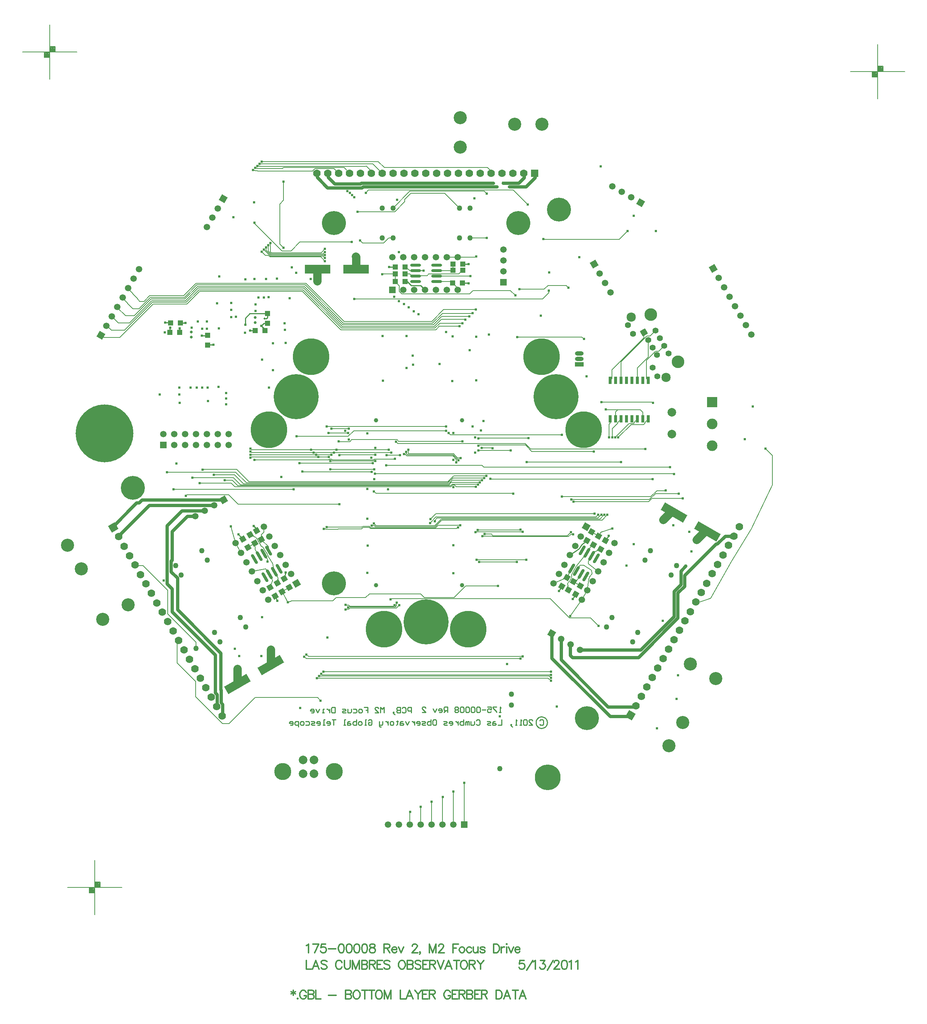
<source format=gbl>
%FSLAX23Y23*%
%MOIN*%
G70*
G01*
G75*
G04 Layer_Physical_Order=9*
G04 Layer_Color=16711680*
%ADD10R,0.050X0.050*%
%ADD11R,0.070X0.135*%
%ADD12R,0.050X0.050*%
%ADD13R,0.063X0.075*%
%ADD14R,0.048X0.078*%
%ADD15R,0.087X0.059*%
%ADD16R,0.059X0.051*%
%ADD17R,0.078X0.048*%
G04:AMPARAMS|DCode=18|XSize=78mil|YSize=48mil|CornerRadius=0mil|HoleSize=0mil|Usage=FLASHONLY|Rotation=120.000|XOffset=0mil|YOffset=0mil|HoleType=Round|Shape=Rectangle|*
%AMROTATEDRECTD18*
4,1,4,0.040,-0.022,-0.001,-0.046,-0.040,0.022,0.001,0.046,0.040,-0.022,0.0*
%
%ADD18ROTATEDRECTD18*%

G04:AMPARAMS|DCode=19|XSize=78mil|YSize=48mil|CornerRadius=0mil|HoleSize=0mil|Usage=FLASHONLY|Rotation=240.000|XOffset=0mil|YOffset=0mil|HoleType=Round|Shape=Rectangle|*
%AMROTATEDRECTD19*
4,1,4,-0.001,0.046,0.040,0.022,0.001,-0.046,-0.040,-0.022,-0.001,0.046,0.0*
%
%ADD19ROTATEDRECTD19*%

%ADD20R,0.051X0.059*%
%ADD21R,0.040X0.067*%
%ADD22O,0.012X0.069*%
G04:AMPARAMS|DCode=23|XSize=135mil|YSize=70mil|CornerRadius=0mil|HoleSize=0mil|Usage=FLASHONLY|Rotation=30.000|XOffset=0mil|YOffset=0mil|HoleType=Round|Shape=Rectangle|*
%AMROTATEDRECTD23*
4,1,4,-0.041,-0.064,-0.076,-0.003,0.041,0.064,0.076,0.003,-0.041,-0.064,0.0*
%
%ADD23ROTATEDRECTD23*%

G04:AMPARAMS|DCode=24|XSize=135mil|YSize=70mil|CornerRadius=0mil|HoleSize=0mil|Usage=FLASHONLY|Rotation=150.000|XOffset=0mil|YOffset=0mil|HoleType=Round|Shape=Rectangle|*
%AMROTATEDRECTD24*
4,1,4,0.076,-0.003,0.041,-0.064,-0.076,0.003,-0.041,0.064,0.076,-0.003,0.0*
%
%ADD24ROTATEDRECTD24*%

%ADD25R,0.067X0.040*%
%ADD26R,0.065X0.094*%
%ADD27O,0.024X0.010*%
%ADD28O,0.027X0.010*%
%ADD29R,0.060X0.126*%
%ADD30R,0.200X0.040*%
%ADD31R,0.200X0.150*%
%ADD32O,0.098X0.028*%
%ADD33R,0.094X0.102*%
%ADD34R,0.057X0.012*%
%ADD35R,0.025X0.185*%
%ADD36R,0.025X0.100*%
%ADD37C,0.010*%
%ADD38C,0.005*%
%ADD39C,0.030*%
%ADD40C,0.050*%
%ADD41C,0.020*%
%ADD42C,0.012*%
%ADD43C,0.008*%
%ADD44C,0.012*%
%ADD45C,0.012*%
%ADD46C,0.335*%
%ADD47C,0.531*%
%ADD48C,0.413*%
%ADD49C,0.236*%
%ADD50C,0.059*%
%ADD51P,0.084X4X375.0*%
%ADD52P,0.084X4X255.0*%
%ADD53R,0.059X0.059*%
%ADD54P,0.084X4X105.0*%
%ADD55R,0.059X0.059*%
%ADD56P,0.084X4X345.0*%
%ADD57C,0.219*%
%ADD58C,0.070*%
%ADD59P,0.099X4X345.0*%
%ADD60P,0.099X4X105.0*%
%ADD61C,0.050*%
%ADD62C,0.059*%
%ADD63R,0.059X0.059*%
%ADD64P,0.084X4X255.0*%
%ADD65C,0.120*%
%ADD66R,0.098X0.098*%
%ADD67C,0.098*%
%ADD68R,0.070X0.070*%
%ADD69C,0.079*%
%ADD70P,0.084X4X375.0*%
%ADD71C,0.085*%
%ADD72C,0.055*%
%ADD73C,0.116*%
%ADD74P,0.078X4X165.0*%
%ADD75C,0.220*%
%ADD76C,0.039*%
%ADD77C,0.157*%
%ADD78R,0.079X0.039*%
%ADD79O,0.079X0.039*%
%ADD80C,0.024*%
%ADD81C,0.030*%
%ADD82C,0.020*%
%ADD83C,0.026*%
%ADD84C,0.040*%
%ADD85C,0.375*%
%ADD86C,0.571*%
%ADD87C,0.257*%
%ADD88C,0.158*%
%ADD89C,0.075*%
G04:AMPARAMS|DCode=90|XSize=95.433mil|YSize=95.433mil|CornerRadius=0mil|HoleSize=0mil|Usage=FLASHONLY|Rotation=0.000|XOffset=0mil|YOffset=0mil|HoleType=Round|Shape=Relief|Width=10mil|Gap=10mil|Entries=4|*
%AMTHD90*
7,0,0,0.095,0.075,0.010,45*
%
%ADD90THD90*%
%ADD91C,0.206*%
%ADD92C,0.080*%
G04:AMPARAMS|DCode=93|XSize=100mil|YSize=100mil|CornerRadius=0mil|HoleSize=0mil|Usage=FLASHONLY|Rotation=0.000|XOffset=0mil|YOffset=0mil|HoleType=Round|Shape=Relief|Width=10mil|Gap=10mil|Entries=4|*
%AMTHD93*
7,0,0,0.100,0.080,0.010,45*
%
%ADD93THD93*%
%ADD94C,0.075*%
%ADD95C,0.110*%
%ADD96C,0.099*%
%ADD97C,0.102*%
%ADD98C,0.075*%
%ADD99C,0.168*%
%ADD100C,0.080*%
%ADD101C,0.076*%
%ADD102C,0.131*%
%ADD103C,0.070*%
%ADD104C,0.052*%
G04:AMPARAMS|DCode=105|XSize=85mil|YSize=85mil|CornerRadius=0mil|HoleSize=0mil|Usage=FLASHONLY|Rotation=0.000|XOffset=0mil|YOffset=0mil|HoleType=Round|Shape=Relief|Width=10mil|Gap=10mil|Entries=4|*
%AMTHD105*
7,0,0,0.085,0.065,0.010,45*
%
%ADD105THD105*%
%ADD106C,0.065*%
G04:AMPARAMS|DCode=107|XSize=72mil|YSize=72mil|CornerRadius=0mil|HoleSize=0mil|Usage=FLASHONLY|Rotation=0.000|XOffset=0mil|YOffset=0mil|HoleType=Round|Shape=Relief|Width=10mil|Gap=10mil|Entries=4|*
%AMTHD107*
7,0,0,0.072,0.052,0.010,45*
%
%ADD107THD107*%
%ADD108C,0.053*%
G04:AMPARAMS|DCode=109|XSize=90mil|YSize=90mil|CornerRadius=0mil|HoleSize=0mil|Usage=FLASHONLY|Rotation=0.000|XOffset=0mil|YOffset=0mil|HoleType=Round|Shape=Relief|Width=10mil|Gap=10mil|Entries=4|*
%AMTHD109*
7,0,0,0.090,0.070,0.010,45*
%
%ADD109THD109*%
G04:AMPARAMS|DCode=110|XSize=95.433mil|YSize=95.433mil|CornerRadius=0mil|HoleSize=0mil|Usage=FLASHONLY|Rotation=0.000|XOffset=0mil|YOffset=0mil|HoleType=Round|Shape=Relief|Width=10mil|Gap=10mil|Entries=4|*
%AMTHD110*
7,0,0,0.095,0.075,0.010,45*
%
%ADD110THD110*%
G04:AMPARAMS|DCode=111|XSize=130mil|YSize=130mil|CornerRadius=0mil|HoleSize=0mil|Usage=FLASHONLY|Rotation=0.000|XOffset=0mil|YOffset=0mil|HoleType=Round|Shape=Relief|Width=10mil|Gap=10mil|Entries=4|*
%AMTHD111*
7,0,0,0.130,0.110,0.010,45*
%
%ADD111THD111*%
%ADD112C,0.087*%
G04:AMPARAMS|DCode=113|XSize=122mil|YSize=122mil|CornerRadius=0mil|HoleSize=0mil|Usage=FLASHONLY|Rotation=0.000|XOffset=0mil|YOffset=0mil|HoleType=Round|Shape=Relief|Width=10mil|Gap=10mil|Entries=4|*
%AMTHD113*
7,0,0,0.122,0.102,0.010,45*
%
%ADD113THD113*%
G04:AMPARAMS|DCode=114|XSize=95mil|YSize=95mil|CornerRadius=0mil|HoleSize=0mil|Usage=FLASHONLY|Rotation=0.000|XOffset=0mil|YOffset=0mil|HoleType=Round|Shape=Relief|Width=10mil|Gap=10mil|Entries=4|*
%AMTHD114*
7,0,0,0.095,0.075,0.010,45*
%
%ADD114THD114*%
G04:AMPARAMS|DCode=115|XSize=96.221mil|YSize=96.221mil|CornerRadius=0mil|HoleSize=0mil|Usage=FLASHONLY|Rotation=0.000|XOffset=0mil|YOffset=0mil|HoleType=Round|Shape=Relief|Width=10mil|Gap=10mil|Entries=4|*
%AMTHD115*
7,0,0,0.096,0.076,0.010,45*
%
%ADD115THD115*%
G04:AMPARAMS|DCode=116|XSize=150.551mil|YSize=150.551mil|CornerRadius=0mil|HoleSize=0mil|Usage=FLASHONLY|Rotation=0.000|XOffset=0mil|YOffset=0mil|HoleType=Round|Shape=Relief|Width=10mil|Gap=10mil|Entries=4|*
%AMTHD116*
7,0,0,0.151,0.131,0.010,45*
%
%ADD116THD116*%
G04:AMPARAMS|DCode=117|XSize=89.528mil|YSize=89.528mil|CornerRadius=0mil|HoleSize=0mil|Usage=FLASHONLY|Rotation=0.000|XOffset=0mil|YOffset=0mil|HoleType=Round|Shape=Relief|Width=10mil|Gap=10mil|Entries=4|*
%AMTHD117*
7,0,0,0.090,0.070,0.010,45*
%
%ADD117THD117*%
G04:AMPARAMS|DCode=118|XSize=72.992mil|YSize=72.992mil|CornerRadius=0mil|HoleSize=0mil|Usage=FLASHONLY|Rotation=0.000|XOffset=0mil|YOffset=0mil|HoleType=Round|Shape=Relief|Width=10mil|Gap=10mil|Entries=4|*
%AMTHD118*
7,0,0,0.073,0.053,0.010,45*
%
%ADD118THD118*%
G04:AMPARAMS|DCode=119|XSize=79mil|YSize=236mil|CornerRadius=0mil|HoleSize=0mil|Usage=FLASHONLY|Rotation=120.000|XOffset=0mil|YOffset=0mil|HoleType=Round|Shape=Rectangle|*
%AMROTATEDRECTD119*
4,1,4,0.122,0.025,-0.083,-0.093,-0.122,-0.025,0.083,0.093,0.122,0.025,0.0*
%
%ADD119ROTATEDRECTD119*%

G04:AMPARAMS|DCode=120|XSize=79mil|YSize=236mil|CornerRadius=0mil|HoleSize=0mil|Usage=FLASHONLY|Rotation=240.000|XOffset=0mil|YOffset=0mil|HoleType=Round|Shape=Rectangle|*
%AMROTATEDRECTD120*
4,1,4,-0.083,0.093,0.122,-0.025,0.083,-0.093,-0.122,0.025,-0.083,0.093,0.0*
%
%ADD120ROTATEDRECTD120*%

%ADD121P,0.071X4X285.0*%
%ADD122P,0.071X4X165.0*%
G04:AMPARAMS|DCode=123|XSize=28mil|YSize=98mil|CornerRadius=0mil|HoleSize=0mil|Usage=FLASHONLY|Rotation=330.000|XOffset=0mil|YOffset=0mil|HoleType=Round|Shape=Round|*
%AMOVALD123*
21,1,0.071,0.028,0.000,0.000,60.0*
1,1,0.028,-0.018,-0.031*
1,1,0.028,0.018,0.031*
%
%ADD123OVALD123*%

G04:AMPARAMS|DCode=124|XSize=28mil|YSize=98mil|CornerRadius=0mil|HoleSize=0mil|Usage=FLASHONLY|Rotation=210.000|XOffset=0mil|YOffset=0mil|HoleType=Round|Shape=Round|*
%AMOVALD124*
21,1,0.071,0.028,0.000,0.000,300.0*
1,1,0.028,-0.018,0.031*
1,1,0.028,0.018,-0.031*
%
%ADD124OVALD124*%

%ADD125R,0.025X0.070*%
%ADD126R,0.236X0.079*%
%ADD127C,0.075*%
D10*
X30038Y32754D02*
D03*
Y32844D02*
D03*
X29486Y32645D02*
D03*
Y32555D02*
D03*
D12*
X29923Y32689D02*
D03*
X30013D02*
D03*
X29231Y32670D02*
D03*
X29141D02*
D03*
X29146Y32758D02*
D03*
X29236D02*
D03*
X31209Y33271D02*
D03*
X31299D02*
D03*
Y33136D02*
D03*
X31209D02*
D03*
X31828Y33123D02*
D03*
X31738D02*
D03*
X31829Y33296D02*
D03*
X31739D02*
D03*
Y33241D02*
D03*
X31829D02*
D03*
X31299Y33206D02*
D03*
X31209D02*
D03*
D32*
X31397Y33136D02*
D03*
Y33186D02*
D03*
Y33236D02*
D03*
Y33286D02*
D03*
X31590Y33136D02*
D03*
Y33186D02*
D03*
Y33236D02*
D03*
Y33286D02*
D03*
D37*
X32606Y29091D02*
X32605Y29101D01*
X32602Y29110D01*
X32598Y29119D01*
X32592Y29127D01*
X32584Y29133D01*
X32576Y29138D01*
X32566Y29142D01*
X32556Y29143D01*
X32546Y29143D01*
X32537Y29140D01*
X32528Y29136D01*
X32520Y29130D01*
X32513Y29123D01*
X32507Y29115D01*
X32504Y29106D01*
X32502Y29096D01*
Y29086D01*
X32504Y29076D01*
X32507Y29067D01*
X32513Y29058D01*
X32520Y29051D01*
X32528Y29045D01*
X32537Y29041D01*
X32546Y29039D01*
X32556Y29039D01*
X32566Y29040D01*
X32576Y29043D01*
X32584Y29048D01*
X32592Y29055D01*
X32598Y29063D01*
X32602Y29071D01*
X32605Y29081D01*
X32606Y29091D01*
X32814Y30626D02*
X32899Y30689D01*
X32902Y30694D01*
X32923Y30724D01*
X32970Y30762D01*
X33141Y30760D02*
X33171Y30805D01*
X32839Y30223D02*
X32866Y30267D01*
X32714Y30298D02*
X32741Y30342D01*
X30191Y30410D02*
X30202Y30467D01*
X30106Y30252D02*
X30128Y30209D01*
X29769Y30816D02*
X29770D01*
X29811Y30775D01*
X29910Y30895D02*
X29936Y30868D01*
Y30850D02*
Y30868D01*
X31444Y33101D02*
X31484Y33061D01*
X31356Y33101D02*
X31444D01*
X31321Y33136D02*
X31356Y33101D01*
X31299Y33136D02*
X31321D01*
X31153Y33270D02*
X31154Y33271D01*
X31209D01*
X31883Y33296D02*
X31884Y33297D01*
X31829Y33296D02*
X31883D01*
X31884Y33123D02*
X31885Y33122D01*
X31828Y33123D02*
X31884D01*
X29435Y32642D02*
X29483D01*
X29486Y32645D01*
Y32555D02*
X29489Y32558D01*
X29539D01*
X29229Y32672D02*
Y32709D01*
Y32672D02*
X29231Y32670D01*
X29141D02*
Y32712D01*
X29142Y32713D01*
X29097Y32760D02*
X29144D01*
X29146Y32758D01*
X29236D02*
X29282D01*
X29283Y32759D01*
X29979Y32731D02*
X30002Y32754D01*
X30038D01*
X29979Y32731D02*
X30013Y32697D01*
Y32689D02*
Y32697D01*
X29875Y32844D02*
X30038D01*
X29832Y32801D02*
X29875Y32844D01*
X29832Y32741D02*
Y32801D01*
X29880Y32689D02*
X29923D01*
X29877Y32686D02*
X29880Y32689D01*
X30011Y32796D02*
X30028D01*
X30038Y32806D01*
Y32844D01*
X32537Y29108D02*
X32545Y29117D01*
X32562D01*
X32570Y29108D01*
Y29075D01*
X32562Y29067D01*
X32545D01*
X32537Y29075D01*
X32437Y29067D02*
X32470D01*
X32437Y29100D01*
Y29108D01*
X32445Y29117D01*
X32462D01*
X32470Y29108D01*
X32420D02*
X32412Y29117D01*
X32395D01*
X32387Y29108D01*
Y29075D01*
X32395Y29067D01*
X32412D01*
X32420Y29075D01*
Y29108D01*
X32370Y29067D02*
X32353D01*
X32362D01*
Y29117D01*
X32370Y29108D01*
X32328Y29067D02*
X32312D01*
X32320D01*
Y29117D01*
X32328Y29108D01*
X32278Y29058D02*
X32270Y29067D01*
Y29075D01*
X32278D01*
Y29067D01*
X32270D01*
X32278Y29058D01*
X32287Y29050D01*
X32187Y29117D02*
Y29067D01*
X32153D01*
X32128Y29100D02*
X32112D01*
X32103Y29092D01*
Y29067D01*
X32128D01*
X32137Y29075D01*
X32128Y29083D01*
X32103D01*
X32087Y29067D02*
X32062D01*
X32053Y29075D01*
X32062Y29083D01*
X32078D01*
X32087Y29092D01*
X32078Y29100D01*
X32053D01*
X31953Y29108D02*
X31962Y29117D01*
X31978D01*
X31987Y29108D01*
Y29075D01*
X31978Y29067D01*
X31962D01*
X31953Y29075D01*
X31937Y29100D02*
Y29075D01*
X31928Y29067D01*
X31903D01*
Y29100D01*
X31887Y29067D02*
Y29100D01*
X31878D01*
X31870Y29092D01*
Y29067D01*
Y29092D01*
X31862Y29100D01*
X31853Y29092D01*
Y29067D01*
X31837Y29117D02*
Y29067D01*
X31812D01*
X31803Y29075D01*
Y29083D01*
Y29092D01*
X31812Y29100D01*
X31837D01*
X31787D02*
Y29067D01*
Y29083D01*
X31778Y29092D01*
X31770Y29100D01*
X31762D01*
X31712Y29067D02*
X31728D01*
X31737Y29075D01*
Y29092D01*
X31728Y29100D01*
X31712D01*
X31703Y29092D01*
Y29083D01*
X31737D01*
X31687Y29067D02*
X31662D01*
X31653Y29075D01*
X31662Y29083D01*
X31678D01*
X31687Y29092D01*
X31678Y29100D01*
X31653D01*
X31562Y29117D02*
X31579D01*
X31587Y29108D01*
Y29075D01*
X31579Y29067D01*
X31562D01*
X31554Y29075D01*
Y29108D01*
X31562Y29117D01*
X31537D02*
Y29067D01*
X31512D01*
X31504Y29075D01*
Y29083D01*
Y29092D01*
X31512Y29100D01*
X31537D01*
X31487Y29067D02*
X31462D01*
X31454Y29075D01*
X31462Y29083D01*
X31479D01*
X31487Y29092D01*
X31479Y29100D01*
X31454D01*
X31412Y29067D02*
X31429D01*
X31437Y29075D01*
Y29092D01*
X31429Y29100D01*
X31412D01*
X31404Y29092D01*
Y29083D01*
X31437D01*
X31387Y29100D02*
Y29067D01*
Y29083D01*
X31379Y29092D01*
X31370Y29100D01*
X31362D01*
X31337D02*
X31320Y29067D01*
X31304Y29100D01*
X31279D02*
X31262D01*
X31254Y29092D01*
Y29067D01*
X31279D01*
X31287Y29075D01*
X31279Y29083D01*
X31254D01*
X31229Y29108D02*
Y29100D01*
X31237D01*
X31220D01*
X31229D01*
Y29075D01*
X31220Y29067D01*
X31187D02*
X31170D01*
X31162Y29075D01*
Y29092D01*
X31170Y29100D01*
X31187D01*
X31195Y29092D01*
Y29075D01*
X31187Y29067D01*
X31145Y29100D02*
Y29067D01*
Y29083D01*
X31137Y29092D01*
X31129Y29100D01*
X31120D01*
X31095D02*
Y29075D01*
X31087Y29067D01*
X31062D01*
Y29058D01*
X31070Y29050D01*
X31079D01*
X31062Y29067D02*
Y29100D01*
X30962Y29108D02*
X30970Y29117D01*
X30987D01*
X30995Y29108D01*
Y29075D01*
X30987Y29067D01*
X30970D01*
X30962Y29075D01*
Y29092D01*
X30979D01*
X30945Y29067D02*
X30929D01*
X30937D01*
Y29117D01*
X30945D01*
X30895Y29067D02*
X30879D01*
X30870Y29075D01*
Y29092D01*
X30879Y29100D01*
X30895D01*
X30904Y29092D01*
Y29075D01*
X30895Y29067D01*
X30854Y29117D02*
Y29067D01*
X30829D01*
X30820Y29075D01*
Y29083D01*
Y29092D01*
X30829Y29100D01*
X30854D01*
X30795D02*
X30779D01*
X30770Y29092D01*
Y29067D01*
X30795D01*
X30804Y29075D01*
X30795Y29083D01*
X30770D01*
X30754Y29067D02*
X30737D01*
X30745D01*
Y29117D01*
X30754D01*
X30662D02*
X30629D01*
X30645D01*
Y29067D01*
X30587D02*
X30604D01*
X30612Y29075D01*
Y29092D01*
X30604Y29100D01*
X30587D01*
X30579Y29092D01*
Y29083D01*
X30612D01*
X30562Y29067D02*
X30546D01*
X30554D01*
Y29117D01*
X30562D01*
X30496Y29067D02*
X30512D01*
X30521Y29075D01*
Y29092D01*
X30512Y29100D01*
X30496D01*
X30487Y29092D01*
Y29083D01*
X30521D01*
X30471Y29067D02*
X30446D01*
X30437Y29075D01*
X30446Y29083D01*
X30462D01*
X30471Y29092D01*
X30462Y29100D01*
X30437D01*
X30387D02*
X30412D01*
X30421Y29092D01*
Y29075D01*
X30412Y29067D01*
X30387D01*
X30362D02*
X30346D01*
X30337Y29075D01*
Y29092D01*
X30346Y29100D01*
X30362D01*
X30371Y29092D01*
Y29075D01*
X30362Y29067D01*
X30321Y29050D02*
Y29100D01*
X30296D01*
X30287Y29092D01*
Y29075D01*
X30296Y29067D01*
X30321D01*
X30246D02*
X30262D01*
X30271Y29075D01*
Y29092D01*
X30262Y29100D01*
X30246D01*
X30237Y29092D01*
Y29083D01*
X30271D01*
X32181Y29184D02*
X32164D01*
X32173D01*
Y29234D01*
X32181Y29225D01*
X32139Y29234D02*
X32106D01*
Y29225D01*
X32139Y29192D01*
Y29184D01*
X32056Y29234D02*
X32089D01*
Y29209D01*
X32073Y29217D01*
X32064D01*
X32056Y29209D01*
Y29192D01*
X32064Y29184D01*
X32081D01*
X32089Y29192D01*
X32039Y29209D02*
X32006D01*
X31989Y29225D02*
X31981Y29234D01*
X31964D01*
X31956Y29225D01*
Y29192D01*
X31964Y29184D01*
X31981D01*
X31989Y29192D01*
Y29225D01*
X31939D02*
X31931Y29234D01*
X31914D01*
X31906Y29225D01*
Y29192D01*
X31914Y29184D01*
X31931D01*
X31939Y29192D01*
Y29225D01*
X31889D02*
X31881Y29234D01*
X31864D01*
X31856Y29225D01*
Y29192D01*
X31864Y29184D01*
X31881D01*
X31889Y29192D01*
Y29225D01*
X31839D02*
X31831Y29234D01*
X31814D01*
X31806Y29225D01*
Y29192D01*
X31814Y29184D01*
X31831D01*
X31839Y29192D01*
Y29225D01*
X31789D02*
X31781Y29234D01*
X31764D01*
X31756Y29225D01*
Y29217D01*
X31764Y29209D01*
X31756Y29200D01*
Y29192D01*
X31764Y29184D01*
X31781D01*
X31789Y29192D01*
Y29200D01*
X31781Y29209D01*
X31789Y29217D01*
Y29225D01*
X31781Y29209D02*
X31764D01*
X31689Y29184D02*
Y29234D01*
X31664D01*
X31656Y29225D01*
Y29209D01*
X31664Y29200D01*
X31689D01*
X31673D02*
X31656Y29184D01*
X31614D02*
X31631D01*
X31639Y29192D01*
Y29209D01*
X31631Y29217D01*
X31614D01*
X31606Y29209D01*
Y29200D01*
X31639D01*
X31589Y29217D02*
X31573Y29184D01*
X31556Y29217D01*
X31456Y29184D02*
X31489D01*
X31456Y29217D01*
Y29225D01*
X31464Y29234D01*
X31481D01*
X31489Y29225D01*
X31356Y29180D02*
Y29230D01*
X31331D01*
X31323Y29221D01*
Y29205D01*
X31331Y29196D01*
X31356D01*
X31273Y29221D02*
X31281Y29230D01*
X31298D01*
X31306Y29221D01*
Y29188D01*
X31298Y29180D01*
X31281D01*
X31273Y29188D01*
X31256Y29230D02*
Y29180D01*
X31231D01*
X31223Y29188D01*
Y29196D01*
X31231Y29205D01*
X31256D01*
X31231D01*
X31223Y29213D01*
Y29221D01*
X31231Y29230D01*
X31256D01*
X31198Y29171D02*
X31189Y29180D01*
Y29188D01*
X31198D01*
Y29180D01*
X31189D01*
X31198Y29171D01*
X31206Y29163D01*
X31106Y29180D02*
Y29230D01*
X31089Y29213D01*
X31073Y29230D01*
Y29180D01*
X31023D02*
X31056D01*
X31023Y29213D01*
Y29221D01*
X31031Y29230D01*
X31048D01*
X31056Y29221D01*
X30923Y29230D02*
X30956D01*
Y29205D01*
X30939D01*
X30956D01*
Y29180D01*
X30898D02*
X30881D01*
X30873Y29188D01*
Y29205D01*
X30881Y29213D01*
X30898D01*
X30906Y29205D01*
Y29188D01*
X30898Y29180D01*
X30823Y29213D02*
X30848D01*
X30856Y29205D01*
Y29188D01*
X30848Y29180D01*
X30823D01*
X30806Y29213D02*
Y29188D01*
X30798Y29180D01*
X30773D01*
Y29213D01*
X30756Y29180D02*
X30731D01*
X30723Y29188D01*
X30731Y29196D01*
X30748D01*
X30756Y29205D01*
X30748Y29213D01*
X30723D01*
X30656Y29230D02*
Y29180D01*
X30631D01*
X30623Y29188D01*
Y29221D01*
X30631Y29230D01*
X30656D01*
X30606Y29213D02*
Y29180D01*
Y29196D01*
X30598Y29205D01*
X30589Y29213D01*
X30581D01*
X30556Y29180D02*
X30539D01*
X30548D01*
Y29213D01*
X30556D01*
X30514D02*
X30498Y29180D01*
X30481Y29213D01*
X30439Y29180D02*
X30456D01*
X30464Y29188D01*
Y29205D01*
X30456Y29213D01*
X30439D01*
X30431Y29205D01*
Y29196D01*
X30464D01*
D38*
X31972Y31630D02*
X31978Y31636D01*
X32406D01*
X33100Y30838D02*
X33204Y30872D01*
X33076Y30800D02*
X33100Y30838D01*
X33015Y30840D02*
X33076Y30800D01*
X33034Y30655D02*
X33096Y30682D01*
X33014Y30622D02*
X33034Y30655D01*
X32985Y30549D02*
X33074Y30476D01*
X32984Y30569D02*
X32985Y30549D01*
X32984Y30569D02*
X33014Y30622D01*
X32664Y30366D02*
X32786Y30420D01*
X32831Y30505D01*
X32794Y30366D02*
X32801Y30307D01*
X32794Y30366D02*
X32819Y30400D01*
X32827Y30418D01*
X32830Y30430D01*
X32829Y30449D02*
X32830Y30430D01*
X32829Y30449D02*
X32850Y30489D01*
X32857Y30497D01*
X32868Y30516D01*
X32970Y30647D01*
X32817Y30069D02*
X32924Y30216D01*
X32974Y30303D01*
X32988Y30405D01*
X32991Y30413D01*
X32995Y30422D01*
X32998Y30432D01*
X33017Y30453D01*
X33015Y30487D02*
X33017Y30453D01*
X32941Y30535D02*
X33015Y30487D01*
X32908Y30533D02*
X32941Y30535D01*
X32874Y30480D02*
X32908Y30533D01*
X32884Y30401D02*
X32917Y30455D01*
X32846Y30385D02*
X32884Y30401D01*
X32846Y30385D02*
X32911Y30345D01*
X32970Y30647D02*
X33001Y30697D01*
X33031Y30722D01*
X30225Y30194D02*
X30253Y30204D01*
X31858Y30345D02*
X32155D01*
X29700Y30892D02*
X29744Y30736D01*
X29960Y30741D02*
X29974Y30722D01*
X30099Y30475D02*
X30135Y30419D01*
X30126Y30370D02*
X30135Y30419D01*
X29935Y30789D02*
X29960Y30741D01*
X29974Y30722D02*
X29976Y30712D01*
X29996Y30699D01*
X30019Y30659D01*
X30024Y30653D01*
X30031Y30644D01*
X30034Y30641D01*
X30034Y30637D01*
X30040Y30623D01*
X30042Y30614D01*
X30084Y30552D01*
X30099Y30475D01*
X29876Y30815D02*
X29935Y30789D01*
X30002Y30642D02*
X30037Y30589D01*
X30038Y30568D01*
X29744Y30736D02*
X29794Y30649D01*
X30191Y30256D02*
X30225Y30194D01*
X30171Y30292D02*
X30191Y30256D01*
X30171Y30292D02*
X30236Y30332D01*
X30061Y30330D02*
X30082Y30394D01*
X30055Y30450D02*
X30082Y30394D01*
X29894Y30476D02*
X30019Y30500D01*
X30055Y30450D01*
X29924Y30677D02*
X29959Y30617D01*
X29921Y30737D02*
X29924Y30677D01*
X29856Y30697D02*
X29921Y30737D01*
X29981Y30772D02*
Y30814D01*
Y30768D02*
Y30772D01*
X30004Y30837D02*
Y30886D01*
X29981Y30814D02*
X30004Y30837D01*
X29981Y30768D02*
X30046Y30704D01*
Y30667D02*
Y30704D01*
X29172Y31231D02*
X30277D01*
X29172Y31231D02*
X29172Y31231D01*
X31091Y33205D02*
X31092Y33206D01*
X31209D01*
X31269Y33025D02*
X31895D01*
X31209Y33136D02*
X31248Y33097D01*
X31974Y31588D02*
X31975Y31589D01*
X32266Y33055D02*
X32312Y33010D01*
X31925Y33055D02*
X32266D01*
X31895Y33025D02*
X31925Y33055D01*
X31248Y33046D02*
X31269Y33025D01*
X31248Y33046D02*
Y33097D01*
X31209Y33136D02*
Y33206D01*
X31299D02*
X31343D01*
X31363Y33186D01*
X31397D01*
X31402Y33191D01*
X31503D01*
X31518Y33206D01*
X31794D01*
X31829Y33241D01*
X31784Y33361D02*
X31950D01*
X31684D02*
X31784D01*
X31950D02*
X31955Y33366D01*
X31900Y33186D02*
X31901Y33187D01*
X31590Y33186D02*
X31900D01*
X31590Y33236D02*
X31734D01*
X31739Y33241D01*
Y33296D01*
X31784Y33061D02*
Y33077D01*
X31725Y33136D02*
X31784Y33077D01*
X31590Y33136D02*
X31725D01*
X31299Y33271D02*
X31308D01*
X31343Y33236D01*
X31397D01*
X31469D02*
X31470Y33237D01*
X31397Y33236D02*
X31469D01*
X32294Y33977D02*
X32428Y33843D01*
X33199Y32246D02*
Y32327D01*
X33434Y32231D02*
Y32344D01*
X33518Y32247D02*
Y32415D01*
X33199Y32327D02*
X33494Y32622D01*
Y32671D01*
X33550Y32636D02*
X33600Y32686D01*
X33520Y32636D02*
X33550D01*
X33284Y32400D02*
X33520Y32636D01*
X33434Y32344D02*
X33534Y32444D01*
Y32602D01*
X33518Y32415D02*
X33600Y32497D01*
X33630D01*
X33680Y32548D01*
X33518Y32247D02*
X33534Y32231D01*
X33184D02*
X33199Y32246D01*
X33143Y31962D02*
X33255D01*
X31533Y30957D02*
X31584Y31008D01*
X33040D01*
X33142Y31963D02*
X33143Y31962D01*
X33234Y31876D02*
Y31941D01*
X33255Y31962D01*
X33459D01*
X33484Y31937D01*
Y31876D02*
Y31937D01*
X31578Y30889D02*
X31638Y30949D01*
X33109D01*
X31634Y30958D02*
X33090D01*
X30993Y30897D02*
X31020D01*
X31028Y30889D01*
X31578D01*
X31013Y30917D02*
X31032Y30898D01*
X31575D01*
X31634Y30958D01*
X31574Y30939D02*
Y30945D01*
X31595Y30967D01*
X31529Y30921D02*
X31584Y30976D01*
X33054D01*
X31595Y30967D02*
X33071D01*
X33109Y30949D02*
X33156Y30996D01*
X33158D01*
X33090Y30958D02*
X33128Y30996D01*
X33130D01*
X33071Y30967D02*
X33100Y30996D01*
X33102D01*
X33054Y30976D02*
X33074Y30996D01*
X33503Y31845D02*
X33534Y31876D01*
X33403Y31845D02*
X33434Y31876D01*
X33253Y31845D02*
X33284Y31876D01*
X33503Y31838D02*
Y31845D01*
X33377Y31825D02*
X33490D01*
X33503Y31838D01*
X33258Y31706D02*
X33377Y31825D01*
X33403Y31838D02*
Y31845D01*
X33358Y31834D02*
X33399D01*
X33230Y31706D02*
X33358Y31834D01*
X33399D02*
X33403Y31838D01*
X33202Y31787D02*
X33253Y31838D01*
X33202Y31706D02*
Y31787D01*
X33253Y31838D02*
Y31845D01*
X33174Y31706D02*
Y31828D01*
X33184Y31838D01*
Y31876D01*
X30183Y33883D02*
Y34055D01*
X30149Y33849D02*
X30183Y33883D01*
X30149Y33481D02*
Y33849D01*
Y33481D02*
X30182Y33449D01*
X31968Y30859D02*
X32357D01*
X32378Y30840D02*
X32380Y30842D01*
X31948Y30839D02*
X31949Y30840D01*
X32378D01*
X30393Y29677D02*
X32360D01*
X30375Y29695D02*
X30393Y29677D01*
X30412Y29697D02*
X32380D01*
X30395Y29715D02*
X30412Y29697D01*
X31677Y31768D02*
X31678Y31769D01*
X30830Y31768D02*
X31677D01*
X30778Y31716D02*
X30830Y31768D01*
X30303Y31716D02*
X30778D01*
X30330Y31470D02*
X31002D01*
X30359Y31392D02*
X30992D01*
X30358Y31393D02*
X30359Y31392D01*
X29207Y29636D02*
X29376Y29468D01*
Y29327D02*
X29622Y29081D01*
X29685D01*
X29925Y29321D01*
X30496D01*
X30525Y29292D01*
X29207Y29636D02*
Y29840D01*
X29376Y29327D02*
Y29468D01*
X32011Y30802D02*
X32098D01*
X32031Y30822D02*
X32092D01*
X32108Y30805D01*
X32105Y30796D02*
X32800D01*
X32822Y30818D01*
X32842D01*
X32108Y30805D02*
X32789D01*
X32822Y30838D01*
X32847Y31118D02*
X33538D01*
X33568Y31148D01*
X32827Y31138D02*
X33545D01*
X32098Y30802D02*
X32105Y30796D01*
X33568Y31148D02*
X33849D01*
X33850Y31149D01*
X33545Y31138D02*
X33599Y31192D01*
X33815D01*
X31022Y31373D02*
X33768D01*
X33769Y31372D01*
X31126Y31452D02*
X32006D01*
X32023Y31435D01*
X33735D02*
X33735Y31435D01*
X32023Y31435D02*
X33735D01*
X31701Y31748D02*
X31718Y31730D01*
X31753D01*
X31754Y31732D01*
X32740D01*
X32741Y31731D01*
Y31164D02*
X33558D01*
X33613Y31219D01*
X33691D01*
X33692Y31220D01*
X34611Y31603D02*
X34672Y31542D01*
Y31271D02*
Y31542D01*
X34481Y30866D02*
X34672Y31271D01*
X34298Y30566D02*
X34481Y30866D01*
X34108Y30231D02*
X34298Y30566D01*
X33981Y30186D02*
X34108Y30231D01*
X31737Y31270D02*
X31753D01*
X31769Y31254D02*
X31949D01*
X31753Y31270D02*
X31769Y31254D01*
X31721D02*
X31737Y31270D01*
X31963Y31279D02*
X31969Y31274D01*
X31733Y31279D02*
X31963D01*
X31717Y31263D02*
X31733Y31279D01*
X31724Y31293D02*
X31988D01*
X31703Y31272D02*
X31724Y31293D01*
X31732Y31313D02*
X32008D01*
X31699Y31281D02*
X31732Y31313D01*
X31739Y31333D02*
X32028D01*
X31695Y31290D02*
X31739Y31333D01*
X31746Y31353D02*
X32048D01*
X31694Y31301D02*
X31746Y31353D01*
X29414Y31288D02*
X29704D01*
X29738Y31254D02*
X31721D01*
X29704Y31288D02*
X29738Y31254D01*
X29755Y31413D02*
X29867Y31301D01*
X31694D01*
X29745Y31388D02*
X29843Y31290D01*
X31695D01*
X29735Y31363D02*
X29817Y31281D01*
X31699D01*
X29724Y31338D02*
X29790Y31272D01*
X31703D01*
X29714Y31313D02*
X29764Y31263D01*
X31717D01*
X29642Y31313D02*
X29714D01*
X29543Y31363D02*
X29735D01*
X29439Y31412D02*
X29450D01*
Y31413D02*
X29755D01*
X29347Y31338D02*
X29724D01*
X29114Y31389D02*
X29115Y31388D01*
X29745D01*
X30598Y31500D02*
X30607Y31509D01*
X30623D01*
X30632Y31500D01*
X29916D02*
X30598D01*
X30632D02*
X31011D01*
X31020Y31509D01*
X31205D01*
X31206Y31510D01*
X29766Y31095D02*
X30696D01*
X29679Y31182D02*
X29766Y31095D01*
X29295Y31182D02*
X29679D01*
X32453Y31602D02*
X33507D01*
X32406Y31636D02*
X32464Y31578D01*
X33034D01*
X32403Y31652D02*
X32453Y31602D01*
X31234Y31652D02*
X32403D01*
X31218Y31668D02*
X31234Y31652D01*
X33003Y30050D02*
X33076Y29978D01*
X32809Y30050D02*
X33003D01*
X32633Y30226D02*
X32809Y30050D01*
X31172Y30226D02*
X32633D01*
X31168Y30222D02*
X31172Y30226D01*
X31167Y30222D02*
X31168D01*
X31129Y31543D02*
X31255D01*
X31897Y33536D02*
X32050D01*
X32051Y33538D01*
X30697Y31546D02*
X31027D01*
X30865Y33779D02*
X31206D01*
X31297Y33870D01*
X30939Y33951D02*
X30965Y33977D01*
X32294D01*
X31189Y33812D02*
X31343Y33966D01*
X32028D01*
X32051Y33943D01*
X31297Y33870D02*
Y33891D01*
X31354Y33948D01*
X31663D01*
X31799Y33812D01*
X32417Y31482D02*
X33283D01*
X32416Y31481D02*
X32417Y31482D01*
X31957Y30583D02*
X32415D01*
X31956Y30584D02*
X31957Y30583D01*
X31980Y30564D02*
X32328D01*
X32329Y32627D02*
X32925D01*
X32942Y32610D01*
X33104Y32031D02*
X33570D01*
X33577Y32024D01*
X32084Y31325D02*
X33575D01*
X32083Y31326D02*
X32084Y31325D01*
X31974Y31699D02*
X31977Y31702D01*
X32431D01*
X32432Y31701D01*
X33267Y33525D02*
X33343Y33601D01*
X31241Y31671D02*
X31826D01*
X31226Y31686D02*
X31241Y31671D01*
X30810Y31686D02*
X31226D01*
X30792Y31669D02*
X30810Y31686D01*
X30691Y31669D02*
X30792D01*
X30690Y31670D02*
X30691Y31669D01*
X30335Y33500D02*
X30809D01*
X30254Y33419D02*
X30335Y33500D01*
X29916Y33672D02*
X30169Y33419D01*
X29916Y33672D02*
Y33679D01*
X30169Y33419D02*
X30254D01*
X28807Y30532D02*
X28893D01*
X29121Y30305D01*
Y30088D02*
Y30305D01*
Y30088D02*
X29381Y29828D01*
Y29772D02*
Y29828D01*
X30888Y33514D02*
X30910Y33492D01*
X31105D01*
X31150Y33536D01*
X31189D01*
X29879Y31549D02*
X30037D01*
X30038Y31548D01*
X29879Y31521D02*
X29886Y31528D01*
X29879Y31577D02*
X29889Y31567D01*
X29879Y31605D02*
X29890Y31594D01*
X30540Y29529D02*
X32640D01*
X30531Y29538D02*
X30540Y29529D01*
X30038Y31548D02*
X30482D01*
X30623D01*
X30622Y31789D02*
X30624Y31787D01*
X30782D01*
X30551Y29557D02*
X32640D01*
X30551Y29558D02*
X30551Y29557D01*
X30598Y31746D02*
X30599Y31747D01*
X30777D01*
X30511Y29518D02*
X32623D01*
X30647Y31567D02*
X31175D01*
X32623Y29518D02*
X32640Y29501D01*
X30491Y29498D02*
X32614D01*
X32640Y29473D01*
X30671Y31594D02*
X31151D01*
X29886Y31528D02*
X30599D01*
X29889Y31567D02*
X30647D01*
X29890Y31594D02*
X30671D01*
X33284Y32231D02*
Y32400D01*
X32569Y33525D02*
Y33526D01*
Y33525D02*
X33267D01*
X30253Y30204D02*
X30255Y30206D01*
X30637D01*
X30667Y30236D01*
X30972Y30271D02*
X31443D01*
X31749Y30236D02*
X31858Y30345D01*
X30937Y30236D02*
X30972Y30271D01*
X30667Y30236D02*
X30937D01*
X31443Y30271D02*
X31478Y30236D01*
X31749D01*
X31975Y31589D02*
X32269D01*
X28608Y32817D02*
X28668Y32757D01*
X28558Y32730D02*
X28563D01*
X28602Y32691D01*
X28508Y32644D02*
X28513D01*
X28519Y32637D01*
X28524D01*
X28536Y32625D01*
X28658Y32899D02*
Y32904D01*
Y32899D02*
X28734Y32823D01*
X28708Y32985D02*
Y32990D01*
Y32985D02*
X28751Y32942D01*
Y32937D02*
Y32942D01*
Y32937D02*
X28799Y32888D01*
X28758Y33072D02*
Y33077D01*
Y33072D02*
X28801Y33029D01*
Y33024D02*
Y33029D01*
Y33024D02*
X28844Y32981D01*
Y32976D02*
Y32981D01*
Y32976D02*
X28865Y32954D01*
X28902D01*
X28799Y32888D02*
X28858D01*
X28734Y32823D02*
X28813D01*
X28668Y32757D02*
X28769D01*
X28602Y32691D02*
X28724D01*
X28536Y32625D02*
X28680D01*
X28986Y32932D01*
X29297D01*
X29412Y33047D01*
X28724Y32691D02*
X28980Y32947D01*
X29291D01*
X28769Y32757D02*
X28973Y32962D01*
X29284D01*
X28813Y32823D02*
X28967Y32977D01*
X29278D01*
X28858Y32888D02*
X28961Y32992D01*
X29272D01*
X28902Y32954D02*
X28955Y33007D01*
X29266D01*
X29412Y33047D02*
X30358D01*
X29291Y32947D02*
X29406Y33062D01*
X30364D01*
X29284Y32962D02*
X29399Y33077D01*
X30370D01*
X29278Y32977D02*
X29393Y33092D01*
X30377D01*
X29272Y32992D02*
X29387Y33107D01*
X30383D01*
X29266Y33007D02*
X29381Y33122D01*
X30389D01*
X30741Y32770D01*
X30370Y33077D02*
X30722Y32725D01*
X30364Y33062D02*
X30716Y32710D01*
X30358Y33047D02*
X30710Y32695D01*
X30377Y33092D02*
X30728Y32740D01*
X30383Y33107D02*
X30735Y32755D01*
X30741Y32770D02*
X31514D01*
X30735Y32755D02*
X31508D01*
X31509Y32753D01*
X31551D01*
X30728Y32740D02*
X31560D01*
X30722Y32725D02*
X31568D01*
X30716Y32710D02*
X31575D01*
X31620Y32755D01*
X30710Y32695D02*
X31583D01*
X31551Y32753D02*
X31643Y32845D01*
X31583Y32695D02*
X31614Y32726D01*
X31799D01*
X31620Y32755D02*
X31828D01*
X31560Y32740D02*
X31636Y32816D01*
X31568Y32725D02*
X31633Y32790D01*
X31854D01*
X31636Y32816D02*
X31889D01*
X31643Y32845D02*
X31919D01*
X31655Y32880D02*
X31950D01*
X31514Y32770D02*
X31515Y32771D01*
X31546D01*
X31655Y32880D01*
X31844Y28154D02*
Y28537D01*
X31843Y28538D02*
X31844Y28537D01*
X31744Y28154D02*
Y28455D01*
X31742Y28457D02*
X31744Y28455D01*
X31644Y28154D02*
Y28407D01*
X31646Y28409D01*
X31544Y28154D02*
Y28362D01*
X31545Y28363D01*
X31444Y28154D02*
Y28315D01*
X31445Y28316D01*
X31344Y28154D02*
Y28269D01*
X31347Y28272D01*
X32005Y31610D02*
X32101D01*
X32102Y31609D01*
X30834Y32977D02*
X32565D01*
X32621Y33033D01*
Y33053D01*
X31015Y31212D02*
X31033Y31194D01*
X32291D01*
X32293Y31192D01*
X32350Y33066D02*
X32577D01*
X32613Y33102D01*
X32781D01*
X32801Y33082D01*
X31745Y31544D02*
X31791Y31498D01*
X31771Y31478D02*
Y31505D01*
X31739Y31538D02*
X31771Y31505D01*
X31784Y31518D02*
X31811D01*
X31751Y31550D02*
X31784Y31518D01*
X31299Y31555D02*
X31316Y31538D01*
X31745Y31544D02*
X31745D01*
X31742Y31547D02*
X31745Y31544D01*
X31325Y31547D02*
X31742D01*
X31751Y31550D02*
X31751D01*
X31749Y31553D02*
X31751Y31550D01*
X31749Y31553D02*
X31749D01*
X31746Y31556D02*
X31749Y31553D01*
X31329Y31556D02*
X31746D01*
X31316Y31538D02*
X31739D01*
X31290Y31555D02*
X31299D01*
X31310Y31562D02*
X31325Y31547D01*
X31310Y31562D02*
Y31575D01*
X31329Y31556D02*
Y31594D01*
X31329Y31594D01*
X31193Y30159D02*
X31203Y30169D01*
X30793Y30159D02*
X31193D01*
X31221Y30187D02*
X31225Y30191D01*
X31221Y30161D02*
Y30187D01*
X31210Y30150D02*
X31221Y30161D01*
X30777Y30150D02*
X31210D01*
X31220Y30141D02*
X31248Y30169D01*
X30794Y30141D02*
X31220D01*
X30776Y30149D02*
X30777Y30150D01*
X30784Y30131D02*
X30794Y30141D01*
X30754Y30127D02*
X30758Y30131D01*
X30784D01*
Y30168D02*
X30793Y30159D01*
X30754Y30172D02*
X30758Y30168D01*
X30784D01*
X29982Y34239D02*
X30211D01*
X29962Y34219D02*
X29971D01*
X29973Y34217D01*
X29942Y34199D02*
X29951D01*
X29953Y34197D01*
X29962D01*
X29964Y34195D01*
X30938D01*
X29923Y34180D02*
X29931D01*
X29933Y34177D01*
X29942D01*
X29944Y34175D01*
X29953D01*
X29955Y34173D01*
X30173D01*
X29903Y34160D02*
X29911D01*
X29914Y34158D01*
X29922D01*
X29924Y34155D01*
X29933D01*
X29935Y34153D01*
X29943D01*
X29946Y34151D01*
X30449D01*
X30070Y33405D02*
X30073Y33401D01*
X30529D01*
X30064Y33410D02*
X30070Y33405D01*
X30529Y33401D02*
X30565Y33437D01*
X30580Y31808D02*
X31677D01*
X30064Y33410D02*
Y33491D01*
X31109Y34183D02*
X32057D01*
X32094Y34147D01*
X30063Y33398D02*
X30070Y33392D01*
X30548D01*
X30044Y33417D02*
Y33471D01*
X30548Y33392D02*
X30565Y33409D01*
X30044Y33417D02*
X30063Y33398D01*
X30615Y31491D02*
X31028D01*
X31094Y34147D02*
Y34149D01*
X30057Y33392D02*
X30068Y33381D01*
X30024Y33424D02*
Y33451D01*
Y33424D02*
X30057Y33392D01*
X30068Y33381D02*
X30565D01*
X30613Y31413D02*
X31018D01*
X30580Y30884D02*
X30580Y30884D01*
X30546Y33372D02*
X30565Y33353D01*
X30005Y33431D02*
Y33432D01*
X30051Y33385D02*
X30064Y33372D01*
X30546D01*
X30005Y33431D02*
X30051Y33385D01*
X30580Y30884D02*
X30904D01*
X30985Y30879D02*
X31580D01*
X30904Y30884D02*
X30910Y30891D01*
X30973D02*
X30985Y30879D01*
X30910Y30891D02*
X30973D01*
X31580Y30879D02*
X31604Y30902D01*
X31806D01*
X30527Y33363D02*
X30565Y33325D01*
X30554Y30866D02*
X30572D01*
X30018Y33379D02*
X30044D01*
X30060Y33363D02*
X30527D01*
X30044Y33379D02*
X30060Y33363D01*
X29985Y33412D02*
X30018Y33379D01*
X30572Y30866D02*
X30572Y30865D01*
X30682D01*
X30685Y30868D01*
X30900D02*
X30914Y30882D01*
X30685Y30868D02*
X30900D01*
X30969Y30882D02*
X30982Y30870D01*
X31774D01*
X31786Y30882D01*
X30914D02*
X30969D01*
X30449Y34151D02*
X30472Y34174D01*
X30648D01*
X30689Y34132D01*
X30173Y34173D02*
X30183Y34183D01*
X30739D01*
X30789Y34132D01*
X30938Y34195D02*
X30942Y34199D01*
X30994Y34147D01*
X29973Y34217D02*
X31005D01*
X31089Y34132D01*
Y34149D02*
X31094D01*
X31055Y34237D02*
X31109Y34183D01*
X30213Y34237D02*
X31055D01*
X30211Y34239D02*
X30213Y34237D01*
D39*
X30494Y34093D02*
Y34147D01*
X30594Y34093D02*
Y34147D01*
Y34093D02*
X30654Y34033D01*
X30889D01*
X30494Y34093D02*
X30588Y33999D01*
X30903D01*
X32394Y34090D02*
Y34147D01*
X32344Y34040D02*
X32394Y34090D01*
X32322Y34007D02*
X32323Y34006D01*
X32337Y34040D02*
X32344D01*
X32336Y34041D02*
X32337Y34040D01*
X32201Y34041D02*
X32336D01*
X32410Y34006D02*
X32494Y34090D01*
X32323Y34006D02*
X32410D01*
X33182Y29147D02*
X33381D01*
X32646Y29682D02*
X33182Y29147D01*
X32646Y29682D02*
Y29907D01*
X33165Y29233D02*
X33431D01*
X32733Y29666D02*
X33165Y29233D01*
X32733Y29666D02*
Y29857D01*
X34374Y30886D02*
X34381Y30879D01*
X33771Y30295D02*
X33832Y30356D01*
X33771Y30065D02*
Y30295D01*
X33463Y29757D02*
X33771Y30065D01*
X32906Y29757D02*
X33463D01*
X33442Y29688D02*
X33805Y30051D01*
X32836Y29688D02*
X33442D01*
X32816Y29708D02*
X32836Y29688D01*
X32816Y29708D02*
Y29803D01*
X32819Y29807D01*
X28607Y30879D02*
X28835Y31107D01*
X28856D01*
X28884Y31135D01*
X29632D01*
X28657Y30792D02*
X28950Y31085D01*
X29546D01*
X29159Y30843D02*
X29301Y30985D01*
X29373D01*
X29251Y31035D02*
X29459D01*
X30889Y34033D02*
X30898Y34041D01*
X30903Y33999D02*
X30912Y34007D01*
X30898Y34041D02*
X32109D01*
X30912Y34007D02*
X32143D01*
X33832Y30356D02*
Y30482D01*
X33878Y30528D01*
X33805Y30051D02*
Y30281D01*
X33866Y30342D01*
Y30441D01*
X34156Y30731D01*
X34167D01*
X34239Y30802D01*
X34321D01*
X34298Y30792D02*
X34331D01*
X29557Y29364D02*
X29575Y29346D01*
Y29241D02*
Y29346D01*
X29571Y29237D02*
X29575Y29241D01*
X29607Y29392D02*
X29609Y29390D01*
Y29275D02*
Y29390D01*
Y29275D02*
X29625Y29259D01*
Y29154D02*
Y29259D01*
X29621Y29150D02*
X29625Y29154D01*
X29160Y30108D02*
X29557Y29711D01*
Y29364D02*
Y29711D01*
X29210Y30126D02*
Y30417D01*
Y30126D02*
X29607Y29728D01*
Y29392D02*
Y29728D01*
X29113Y30365D02*
X29160Y30317D01*
Y30108D02*
Y30317D01*
X29113Y30365D02*
Y30897D01*
X29251Y31035D01*
X29151Y30574D02*
X29159Y30581D01*
X29151Y30475D02*
X29210Y30417D01*
X29151Y30475D02*
Y30574D01*
X29159Y30581D02*
Y30843D01*
X32256Y34007D02*
X32322D01*
X32494Y34090D02*
Y34147D01*
D42*
X30274Y26634D02*
Y26588D01*
X30255Y26622D02*
X30293Y26600D01*
Y26622D02*
X30255Y26600D01*
X30313Y26561D02*
X30309Y26558D01*
X30313Y26554D01*
X30317Y26558D01*
X30313Y26561D01*
X30392Y26615D02*
X30388Y26622D01*
X30380Y26630D01*
X30373Y26634D01*
X30357D01*
X30350Y26630D01*
X30342Y26622D01*
X30338Y26615D01*
X30334Y26603D01*
Y26584D01*
X30338Y26573D01*
X30342Y26565D01*
X30350Y26558D01*
X30357Y26554D01*
X30373D01*
X30380Y26558D01*
X30388Y26565D01*
X30392Y26573D01*
Y26584D01*
X30373D02*
X30392D01*
X30410Y26634D02*
Y26554D01*
Y26634D02*
X30444D01*
X30456Y26630D01*
X30459Y26626D01*
X30463Y26619D01*
Y26611D01*
X30459Y26603D01*
X30456Y26600D01*
X30444Y26596D01*
X30410D02*
X30444D01*
X30456Y26592D01*
X30459Y26588D01*
X30463Y26580D01*
Y26569D01*
X30459Y26561D01*
X30456Y26558D01*
X30444Y26554D01*
X30410D01*
X30481Y26634D02*
Y26554D01*
X30527D01*
X30598Y26588D02*
X30667D01*
X30753Y26634D02*
Y26554D01*
Y26634D02*
X30788D01*
X30799Y26630D01*
X30803Y26626D01*
X30807Y26619D01*
Y26611D01*
X30803Y26603D01*
X30799Y26600D01*
X30788Y26596D01*
X30753D02*
X30788D01*
X30799Y26592D01*
X30803Y26588D01*
X30807Y26580D01*
Y26569D01*
X30803Y26561D01*
X30799Y26558D01*
X30788Y26554D01*
X30753D01*
X30848Y26634D02*
X30840Y26630D01*
X30832Y26622D01*
X30828Y26615D01*
X30825Y26603D01*
Y26584D01*
X30828Y26573D01*
X30832Y26565D01*
X30840Y26558D01*
X30848Y26554D01*
X30863D01*
X30870Y26558D01*
X30878Y26565D01*
X30882Y26573D01*
X30886Y26584D01*
Y26603D01*
X30882Y26615D01*
X30878Y26622D01*
X30870Y26630D01*
X30863Y26634D01*
X30848D01*
X30931D02*
Y26554D01*
X30904Y26634D02*
X30958D01*
X30994D02*
Y26554D01*
X30967Y26634D02*
X31020D01*
X31053D02*
X31045Y26630D01*
X31038Y26622D01*
X31034Y26615D01*
X31030Y26603D01*
Y26584D01*
X31034Y26573D01*
X31038Y26565D01*
X31045Y26558D01*
X31053Y26554D01*
X31068D01*
X31076Y26558D01*
X31083Y26565D01*
X31087Y26573D01*
X31091Y26584D01*
Y26603D01*
X31087Y26615D01*
X31083Y26622D01*
X31076Y26630D01*
X31068Y26634D01*
X31053D01*
X31110D02*
Y26554D01*
Y26634D02*
X31140Y26554D01*
X31170Y26634D02*
X31140Y26554D01*
X31170Y26634D02*
Y26554D01*
X31256Y26634D02*
Y26554D01*
X31302D01*
X31372D02*
X31341Y26634D01*
X31311Y26554D01*
X31322Y26580D02*
X31360D01*
X31390Y26634D02*
X31421Y26596D01*
Y26554D01*
X31451Y26634D02*
X31421Y26596D01*
X31511Y26634D02*
X31461D01*
Y26554D01*
X31511D01*
X31461Y26596D02*
X31492D01*
X31524Y26634D02*
Y26554D01*
Y26634D02*
X31559D01*
X31570Y26630D01*
X31574Y26626D01*
X31578Y26619D01*
Y26611D01*
X31574Y26603D01*
X31570Y26600D01*
X31559Y26596D01*
X31524D01*
X31551D02*
X31578Y26554D01*
X31716Y26615D02*
X31712Y26622D01*
X31704Y26630D01*
X31696Y26634D01*
X31681D01*
X31674Y26630D01*
X31666Y26622D01*
X31662Y26615D01*
X31658Y26603D01*
Y26584D01*
X31662Y26573D01*
X31666Y26565D01*
X31674Y26558D01*
X31681Y26554D01*
X31696D01*
X31704Y26558D01*
X31712Y26565D01*
X31716Y26573D01*
Y26584D01*
X31696D02*
X31716D01*
X31783Y26634D02*
X31734D01*
Y26554D01*
X31783D01*
X31734Y26596D02*
X31764D01*
X31797Y26634D02*
Y26554D01*
Y26634D02*
X31831D01*
X31842Y26630D01*
X31846Y26626D01*
X31850Y26619D01*
Y26611D01*
X31846Y26603D01*
X31842Y26600D01*
X31831Y26596D01*
X31797D01*
X31823D02*
X31850Y26554D01*
X31868Y26634D02*
Y26554D01*
Y26634D02*
X31902D01*
X31914Y26630D01*
X31917Y26626D01*
X31921Y26619D01*
Y26611D01*
X31917Y26603D01*
X31914Y26600D01*
X31902Y26596D01*
X31868D02*
X31902D01*
X31914Y26592D01*
X31917Y26588D01*
X31921Y26580D01*
Y26569D01*
X31917Y26561D01*
X31914Y26558D01*
X31902Y26554D01*
X31868D01*
X31989Y26634D02*
X31939D01*
Y26554D01*
X31989D01*
X31939Y26596D02*
X31970D01*
X32002Y26634D02*
Y26554D01*
Y26634D02*
X32036D01*
X32048Y26630D01*
X32051Y26626D01*
X32055Y26619D01*
Y26611D01*
X32051Y26603D01*
X32048Y26600D01*
X32036Y26596D01*
X32002D01*
X32029D02*
X32055Y26554D01*
X32136Y26634D02*
Y26554D01*
Y26634D02*
X32163D01*
X32174Y26630D01*
X32182Y26622D01*
X32186Y26615D01*
X32189Y26603D01*
Y26584D01*
X32186Y26573D01*
X32182Y26565D01*
X32174Y26558D01*
X32163Y26554D01*
X32136D01*
X32268D02*
X32238Y26634D01*
X32207Y26554D01*
X32219Y26580D02*
X32257D01*
X32313Y26634D02*
Y26554D01*
X32287Y26634D02*
X32340D01*
X32411Y26554D02*
X32380Y26634D01*
X32350Y26554D01*
X32361Y26580D02*
X32399D01*
D43*
X35389Y35063D02*
X35889D01*
X35639Y34813D02*
Y35313D01*
X35689Y35063D02*
Y35113D01*
X35639D02*
X35689D01*
X35589Y35013D02*
Y35063D01*
Y35013D02*
X35639D01*
X35594Y35058D02*
X35634D01*
X35594Y35018D02*
Y35058D01*
Y35018D02*
X35634D01*
Y35058D01*
X35599Y35053D02*
X35629D01*
X35599Y35023D02*
Y35053D01*
Y35023D02*
X35629D01*
Y35048D01*
X35604D02*
X35624D01*
X35604Y35028D02*
Y35048D01*
Y35028D02*
X35624D01*
Y35043D01*
X35609D02*
X35619D01*
X35609Y35033D02*
Y35043D01*
Y35033D02*
X35619D01*
Y35043D01*
X35609Y35038D02*
X35619D01*
X35644Y35108D02*
X35684D01*
X35644Y35068D02*
Y35108D01*
Y35068D02*
X35684D01*
Y35108D01*
X35649Y35103D02*
X35679D01*
X35649Y35073D02*
Y35103D01*
Y35073D02*
X35679D01*
Y35098D01*
X35654D02*
X35674D01*
X35654Y35078D02*
Y35098D01*
Y35078D02*
X35674D01*
Y35093D01*
X35659D02*
X35669D01*
X35659Y35083D02*
Y35093D01*
Y35083D02*
X35669D01*
Y35093D01*
X35659Y35088D02*
X35669D01*
X27787Y35244D02*
X28287D01*
X28037Y34994D02*
Y35494D01*
X28087Y35244D02*
Y35294D01*
X28037D02*
X28087D01*
X27987Y35194D02*
Y35244D01*
Y35194D02*
X28037D01*
X27992Y35239D02*
X28032D01*
X27992Y35199D02*
Y35239D01*
Y35199D02*
X28032D01*
Y35239D01*
X27997Y35234D02*
X28027D01*
X27997Y35204D02*
Y35234D01*
Y35204D02*
X28027D01*
Y35229D01*
X28002D02*
X28022D01*
X28002Y35209D02*
Y35229D01*
Y35209D02*
X28022D01*
Y35224D01*
X28007D02*
X28017D01*
X28007Y35214D02*
Y35224D01*
Y35214D02*
X28017D01*
Y35224D01*
X28007Y35219D02*
X28017D01*
X28042Y35289D02*
X28082D01*
X28042Y35249D02*
Y35289D01*
Y35249D02*
X28082D01*
Y35289D01*
X28047Y35284D02*
X28077D01*
X28047Y35254D02*
Y35284D01*
Y35254D02*
X28077D01*
Y35279D01*
X28052D02*
X28072D01*
X28052Y35259D02*
Y35279D01*
Y35259D02*
X28072D01*
Y35274D01*
X28057D02*
X28067D01*
X28057Y35264D02*
Y35274D01*
Y35264D02*
X28067D01*
Y35274D01*
X28057Y35269D02*
X28067D01*
X28199Y27577D02*
X28699D01*
X28449Y27327D02*
Y27827D01*
X28499Y27577D02*
Y27627D01*
X28449D02*
X28499D01*
X28399Y27527D02*
Y27577D01*
Y27527D02*
X28449D01*
X28404Y27572D02*
X28444D01*
X28404Y27532D02*
Y27572D01*
Y27532D02*
X28444D01*
Y27572D01*
X28409Y27567D02*
X28439D01*
X28409Y27537D02*
Y27567D01*
Y27537D02*
X28439D01*
Y27562D01*
X28414D02*
X28434D01*
X28414Y27542D02*
Y27562D01*
Y27542D02*
X28434D01*
Y27557D01*
X28419D02*
X28429D01*
X28419Y27547D02*
Y27557D01*
Y27547D02*
X28429D01*
Y27557D01*
X28419Y27552D02*
X28429D01*
X28454Y27622D02*
X28494D01*
X28454Y27582D02*
Y27622D01*
Y27582D02*
X28494D01*
Y27622D01*
X28459Y27617D02*
X28489D01*
X28459Y27587D02*
Y27617D01*
Y27587D02*
X28489D01*
Y27612D01*
X28464D02*
X28484D01*
X28464Y27592D02*
Y27612D01*
Y27592D02*
X28484D01*
Y27607D01*
X28469D02*
X28479D01*
X28469Y27597D02*
Y27607D01*
Y27597D02*
X28479D01*
Y27607D01*
X28469Y27602D02*
X28479D01*
D44*
X30395Y26909D02*
Y26829D01*
X30440D01*
X30510D02*
X30480Y26909D01*
X30449Y26829D01*
X30461Y26855D02*
X30499D01*
X30582Y26897D02*
X30575Y26905D01*
X30563Y26909D01*
X30548D01*
X30536Y26905D01*
X30529Y26897D01*
Y26889D01*
X30533Y26882D01*
X30536Y26878D01*
X30544Y26874D01*
X30567Y26867D01*
X30575Y26863D01*
X30578Y26859D01*
X30582Y26851D01*
Y26840D01*
X30575Y26832D01*
X30563Y26829D01*
X30548D01*
X30536Y26832D01*
X30529Y26840D01*
X30720Y26889D02*
X30716Y26897D01*
X30709Y26905D01*
X30701Y26909D01*
X30686D01*
X30678Y26905D01*
X30671Y26897D01*
X30667Y26889D01*
X30663Y26878D01*
Y26859D01*
X30667Y26848D01*
X30671Y26840D01*
X30678Y26832D01*
X30686Y26829D01*
X30701D01*
X30709Y26832D01*
X30716Y26840D01*
X30720Y26848D01*
X30742Y26909D02*
Y26851D01*
X30746Y26840D01*
X30754Y26832D01*
X30765Y26829D01*
X30773D01*
X30784Y26832D01*
X30792Y26840D01*
X30796Y26851D01*
Y26909D01*
X30818D02*
Y26829D01*
Y26909D02*
X30848Y26829D01*
X30879Y26909D02*
X30848Y26829D01*
X30879Y26909D02*
Y26829D01*
X30902Y26909D02*
Y26829D01*
Y26909D02*
X30936D01*
X30947Y26905D01*
X30951Y26901D01*
X30955Y26893D01*
Y26886D01*
X30951Y26878D01*
X30947Y26874D01*
X30936Y26870D01*
X30902D02*
X30936D01*
X30947Y26867D01*
X30951Y26863D01*
X30955Y26855D01*
Y26844D01*
X30951Y26836D01*
X30947Y26832D01*
X30936Y26829D01*
X30902D01*
X30973Y26909D02*
Y26829D01*
Y26909D02*
X31007D01*
X31019Y26905D01*
X31022Y26901D01*
X31026Y26893D01*
Y26886D01*
X31022Y26878D01*
X31019Y26874D01*
X31007Y26870D01*
X30973D01*
X31000D02*
X31026Y26829D01*
X31094Y26909D02*
X31044D01*
Y26829D01*
X31094D01*
X31044Y26870D02*
X31075D01*
X31160Y26897D02*
X31153Y26905D01*
X31141Y26909D01*
X31126D01*
X31115Y26905D01*
X31107Y26897D01*
Y26889D01*
X31111Y26882D01*
X31115Y26878D01*
X31122Y26874D01*
X31145Y26867D01*
X31153Y26863D01*
X31157Y26859D01*
X31160Y26851D01*
Y26840D01*
X31153Y26832D01*
X31141Y26829D01*
X31126D01*
X31115Y26832D01*
X31107Y26840D01*
X31264Y26909D02*
X31256Y26905D01*
X31249Y26897D01*
X31245Y26889D01*
X31241Y26878D01*
Y26859D01*
X31245Y26848D01*
X31249Y26840D01*
X31256Y26832D01*
X31264Y26829D01*
X31279D01*
X31287Y26832D01*
X31294Y26840D01*
X31298Y26848D01*
X31302Y26859D01*
Y26878D01*
X31298Y26889D01*
X31294Y26897D01*
X31287Y26905D01*
X31279Y26909D01*
X31264D01*
X31321D02*
Y26829D01*
Y26909D02*
X31355D01*
X31366Y26905D01*
X31370Y26901D01*
X31374Y26893D01*
Y26886D01*
X31370Y26878D01*
X31366Y26874D01*
X31355Y26870D01*
X31321D02*
X31355D01*
X31366Y26867D01*
X31370Y26863D01*
X31374Y26855D01*
Y26844D01*
X31370Y26836D01*
X31366Y26832D01*
X31355Y26829D01*
X31321D01*
X31445Y26897D02*
X31438Y26905D01*
X31426Y26909D01*
X31411D01*
X31399Y26905D01*
X31392Y26897D01*
Y26889D01*
X31396Y26882D01*
X31399Y26878D01*
X31407Y26874D01*
X31430Y26867D01*
X31438Y26863D01*
X31441Y26859D01*
X31445Y26851D01*
Y26840D01*
X31438Y26832D01*
X31426Y26829D01*
X31411D01*
X31399Y26832D01*
X31392Y26840D01*
X31513Y26909D02*
X31463D01*
Y26829D01*
X31513D01*
X31463Y26870D02*
X31494D01*
X31526Y26909D02*
Y26829D01*
Y26909D02*
X31560D01*
X31572Y26905D01*
X31575Y26901D01*
X31579Y26893D01*
Y26886D01*
X31575Y26878D01*
X31572Y26874D01*
X31560Y26870D01*
X31526D01*
X31553D02*
X31579Y26829D01*
X31597Y26909D02*
X31628Y26829D01*
X31658Y26909D02*
X31628Y26829D01*
X31729D02*
X31699Y26909D01*
X31668Y26829D01*
X31680Y26855D02*
X31718D01*
X31775Y26909D02*
Y26829D01*
X31748Y26909D02*
X31801D01*
X31834D02*
X31826Y26905D01*
X31818Y26897D01*
X31815Y26889D01*
X31811Y26878D01*
Y26859D01*
X31815Y26848D01*
X31818Y26840D01*
X31826Y26832D01*
X31834Y26829D01*
X31849D01*
X31857Y26832D01*
X31864Y26840D01*
X31868Y26848D01*
X31872Y26859D01*
Y26878D01*
X31868Y26889D01*
X31864Y26897D01*
X31857Y26905D01*
X31849Y26909D01*
X31834D01*
X31890D02*
Y26829D01*
Y26909D02*
X31925D01*
X31936Y26905D01*
X31940Y26901D01*
X31944Y26893D01*
Y26886D01*
X31940Y26878D01*
X31936Y26874D01*
X31925Y26870D01*
X31890D01*
X31917D02*
X31944Y26829D01*
X31962Y26909D02*
X31992Y26870D01*
Y26829D01*
X32023Y26909D02*
X31992Y26870D01*
X32393Y26909D02*
X32355D01*
X32351Y26874D01*
X32355Y26878D01*
X32366Y26882D01*
X32378D01*
X32389Y26878D01*
X32397Y26870D01*
X32400Y26859D01*
Y26851D01*
X32397Y26840D01*
X32389Y26832D01*
X32378Y26829D01*
X32366D01*
X32355Y26832D01*
X32351Y26836D01*
X32347Y26844D01*
X32418Y26817D02*
X32472Y26909D01*
X32477Y26893D02*
X32485Y26897D01*
X32496Y26909D01*
Y26829D01*
X32543Y26909D02*
X32585D01*
X32562Y26878D01*
X32574D01*
X32581Y26874D01*
X32585Y26870D01*
X32589Y26859D01*
Y26851D01*
X32585Y26840D01*
X32578Y26832D01*
X32566Y26829D01*
X32555D01*
X32543Y26832D01*
X32539Y26836D01*
X32536Y26844D01*
X32607Y26817D02*
X32660Y26909D01*
X32669Y26889D02*
Y26893D01*
X32673Y26901D01*
X32677Y26905D01*
X32685Y26909D01*
X32700D01*
X32707Y26905D01*
X32711Y26901D01*
X32715Y26893D01*
Y26886D01*
X32711Y26878D01*
X32704Y26867D01*
X32666Y26829D01*
X32719D01*
X32760Y26909D02*
X32748Y26905D01*
X32741Y26893D01*
X32737Y26874D01*
Y26863D01*
X32741Y26844D01*
X32748Y26832D01*
X32760Y26829D01*
X32767D01*
X32779Y26832D01*
X32786Y26844D01*
X32790Y26863D01*
Y26874D01*
X32786Y26893D01*
X32779Y26905D01*
X32767Y26909D01*
X32760D01*
X32808Y26893D02*
X32816Y26897D01*
X32827Y26909D01*
Y26829D01*
X32867Y26893D02*
X32874Y26897D01*
X32886Y26909D01*
Y26829D01*
D45*
X30395Y27043D02*
X30402Y27047D01*
X30414Y27059D01*
Y26979D01*
X30507Y27059D02*
X30469Y26979D01*
X30453Y27059D02*
X30507D01*
X30570D02*
X30532D01*
X30528Y27024D01*
X30532Y27028D01*
X30544Y27032D01*
X30555D01*
X30567Y27028D01*
X30574Y27020D01*
X30578Y27009D01*
Y27001D01*
X30574Y26990D01*
X30567Y26982D01*
X30555Y26979D01*
X30544D01*
X30532Y26982D01*
X30528Y26986D01*
X30525Y26994D01*
X30596Y27013D02*
X30664D01*
X30711Y27059D02*
X30699Y27055D01*
X30692Y27043D01*
X30688Y27024D01*
Y27013D01*
X30692Y26994D01*
X30699Y26982D01*
X30711Y26979D01*
X30719D01*
X30730Y26982D01*
X30738Y26994D01*
X30741Y27013D01*
Y27024D01*
X30738Y27043D01*
X30730Y27055D01*
X30719Y27059D01*
X30711D01*
X30782D02*
X30771Y27055D01*
X30763Y27043D01*
X30759Y27024D01*
Y27013D01*
X30763Y26994D01*
X30771Y26982D01*
X30782Y26979D01*
X30790D01*
X30801Y26982D01*
X30809Y26994D01*
X30813Y27013D01*
Y27024D01*
X30809Y27043D01*
X30801Y27055D01*
X30790Y27059D01*
X30782D01*
X30853D02*
X30842Y27055D01*
X30834Y27043D01*
X30830Y27024D01*
Y27013D01*
X30834Y26994D01*
X30842Y26982D01*
X30853Y26979D01*
X30861D01*
X30872Y26982D01*
X30880Y26994D01*
X30884Y27013D01*
Y27024D01*
X30880Y27043D01*
X30872Y27055D01*
X30861Y27059D01*
X30853D01*
X30925D02*
X30913Y27055D01*
X30906Y27043D01*
X30902Y27024D01*
Y27013D01*
X30906Y26994D01*
X30913Y26982D01*
X30925Y26979D01*
X30932D01*
X30944Y26982D01*
X30951Y26994D01*
X30955Y27013D01*
Y27024D01*
X30951Y27043D01*
X30944Y27055D01*
X30932Y27059D01*
X30925D01*
X30992D02*
X30981Y27055D01*
X30977Y27047D01*
Y27039D01*
X30981Y27032D01*
X30988Y27028D01*
X31003Y27024D01*
X31015Y27020D01*
X31022Y27013D01*
X31026Y27005D01*
Y26994D01*
X31022Y26986D01*
X31019Y26982D01*
X31007Y26979D01*
X30992D01*
X30981Y26982D01*
X30977Y26986D01*
X30973Y26994D01*
Y27005D01*
X30977Y27013D01*
X30984Y27020D01*
X30996Y27024D01*
X31011Y27028D01*
X31019Y27032D01*
X31022Y27039D01*
Y27047D01*
X31019Y27055D01*
X31007Y27059D01*
X30992D01*
X31107D02*
Y26979D01*
Y27059D02*
X31141D01*
X31153Y27055D01*
X31157Y27051D01*
X31160Y27043D01*
Y27036D01*
X31157Y27028D01*
X31153Y27024D01*
X31141Y27020D01*
X31107D01*
X31134D02*
X31160Y26979D01*
X31178Y27009D02*
X31224D01*
Y27017D01*
X31220Y27024D01*
X31216Y27028D01*
X31209Y27032D01*
X31197D01*
X31190Y27028D01*
X31182Y27020D01*
X31178Y27009D01*
Y27001D01*
X31182Y26990D01*
X31190Y26982D01*
X31197Y26979D01*
X31209D01*
X31216Y26982D01*
X31224Y26990D01*
X31241Y27032D02*
X31264Y26979D01*
X31287Y27032D02*
X31264Y26979D01*
X31366Y27039D02*
Y27043D01*
X31370Y27051D01*
X31374Y27055D01*
X31382Y27059D01*
X31397D01*
X31404Y27055D01*
X31408Y27051D01*
X31412Y27043D01*
Y27036D01*
X31408Y27028D01*
X31401Y27017D01*
X31363Y26979D01*
X31416D01*
X31441Y26982D02*
X31438Y26979D01*
X31434Y26982D01*
X31438Y26986D01*
X31441Y26982D01*
Y26975D01*
X31438Y26967D01*
X31434Y26963D01*
X31522Y27059D02*
Y26979D01*
Y27059D02*
X31552Y26979D01*
X31583Y27059D02*
X31552Y26979D01*
X31583Y27059D02*
Y26979D01*
X31609Y27039D02*
Y27043D01*
X31613Y27051D01*
X31617Y27055D01*
X31625Y27059D01*
X31640D01*
X31647Y27055D01*
X31651Y27051D01*
X31655Y27043D01*
Y27036D01*
X31651Y27028D01*
X31644Y27017D01*
X31606Y26979D01*
X31659D01*
X31740Y27059D02*
Y26979D01*
Y27059D02*
X31789D01*
X31740Y27020D02*
X31770D01*
X31817Y27032D02*
X31810Y27028D01*
X31802Y27020D01*
X31798Y27009D01*
Y27001D01*
X31802Y26990D01*
X31810Y26982D01*
X31817Y26979D01*
X31829D01*
X31836Y26982D01*
X31844Y26990D01*
X31848Y27001D01*
Y27009D01*
X31844Y27020D01*
X31836Y27028D01*
X31829Y27032D01*
X31817D01*
X31911Y27020D02*
X31903Y27028D01*
X31896Y27032D01*
X31884D01*
X31877Y27028D01*
X31869Y27020D01*
X31865Y27009D01*
Y27001D01*
X31869Y26990D01*
X31877Y26982D01*
X31884Y26979D01*
X31896D01*
X31903Y26982D01*
X31911Y26990D01*
X31928Y27032D02*
Y26994D01*
X31932Y26982D01*
X31940Y26979D01*
X31951D01*
X31959Y26982D01*
X31970Y26994D01*
Y27032D02*
Y26979D01*
X32033Y27020D02*
X32029Y27028D01*
X32018Y27032D01*
X32006D01*
X31995Y27028D01*
X31991Y27020D01*
X31995Y27013D01*
X32002Y27009D01*
X32021Y27005D01*
X32029Y27001D01*
X32033Y26994D01*
Y26990D01*
X32029Y26982D01*
X32018Y26979D01*
X32006D01*
X31995Y26982D01*
X31991Y26990D01*
X32112Y27059D02*
Y26979D01*
Y27059D02*
X32139D01*
X32151Y27055D01*
X32158Y27047D01*
X32162Y27039D01*
X32166Y27028D01*
Y27009D01*
X32162Y26998D01*
X32158Y26990D01*
X32151Y26982D01*
X32139Y26979D01*
X32112D01*
X32184Y27032D02*
Y26979D01*
Y27009D02*
X32188Y27020D01*
X32195Y27028D01*
X32203Y27032D01*
X32214D01*
X32229Y27059D02*
X32233Y27055D01*
X32237Y27059D01*
X32233Y27062D01*
X32229Y27059D01*
X32233Y27032D02*
Y26979D01*
X32251Y27032D02*
X32274Y26979D01*
X32296Y27032D02*
X32274Y26979D01*
X32309Y27009D02*
X32355D01*
Y27017D01*
X32351Y27024D01*
X32347Y27028D01*
X32340Y27032D01*
X32328D01*
X32321Y27028D01*
X32313Y27020D01*
X32309Y27009D01*
Y27001D01*
X32313Y26990D01*
X32321Y26982D01*
X32328Y26979D01*
X32340D01*
X32347Y26982D01*
X32355Y26990D01*
D46*
X31107Y29946D02*
D03*
X31881D02*
D03*
X30436Y32449D02*
D03*
X32939Y31778D02*
D03*
X30049D02*
D03*
X32552Y32449D02*
D03*
D47*
X28541Y31745D02*
D03*
D48*
X31494Y30013D02*
D03*
X30301Y32080D02*
D03*
X32687D02*
D03*
D49*
X32609Y28587D02*
D03*
D50*
X32906Y29757D02*
D03*
X32819Y29807D02*
D03*
X32733Y29857D02*
D03*
X29373Y30985D02*
D03*
X29459Y31035D02*
D03*
X29546Y31085D02*
D03*
X32203Y33431D02*
D03*
Y33331D02*
D03*
Y33231D02*
D03*
X28858Y33250D02*
D03*
X28808Y33163D02*
D03*
X28758Y33077D02*
D03*
X28708Y32990D02*
D03*
X28658Y32904D02*
D03*
X28608Y32817D02*
D03*
X28558Y32730D02*
D03*
X31744Y28154D02*
D03*
X31644D02*
D03*
X31544D02*
D03*
X31444D02*
D03*
X31344D02*
D03*
X31244D02*
D03*
X31144D02*
D03*
X33086Y33211D02*
D03*
X33136Y33125D02*
D03*
X33186Y33038D02*
D03*
X29579Y33809D02*
D03*
X29529Y33723D02*
D03*
X29479Y33636D02*
D03*
X33204Y34011D02*
D03*
X33291Y33961D02*
D03*
X33377Y33911D02*
D03*
X34479Y32652D02*
D03*
X34429Y32738D02*
D03*
X34379Y32825D02*
D03*
X34329Y32911D02*
D03*
X34279Y32998D02*
D03*
X34229Y33085D02*
D03*
X34179Y33171D02*
D03*
X29079Y31736D02*
D03*
X29179Y31636D02*
D03*
Y31736D02*
D03*
X29279Y31636D02*
D03*
Y31736D02*
D03*
X29379Y31636D02*
D03*
Y31736D02*
D03*
X29479Y31636D02*
D03*
X29479Y31736D02*
D03*
X29579Y31636D02*
D03*
Y31736D02*
D03*
X29679Y31636D02*
D03*
Y31736D02*
D03*
D51*
X32646Y29907D02*
D03*
X33464Y33861D02*
D03*
D52*
X29632Y31135D02*
D03*
D53*
X32203Y33131D02*
D03*
D54*
X28508Y32644D02*
D03*
X29629Y33896D02*
D03*
D55*
X31844Y28154D02*
D03*
X29079Y31636D02*
D03*
D56*
X33036Y33298D02*
D03*
X34129Y33258D02*
D03*
D57*
X28799Y31244D02*
D03*
X32969Y29130D02*
D03*
X32714Y33798D02*
D03*
D58*
X29621Y29150D02*
D03*
X29571Y29237D02*
D03*
X29521Y29323D02*
D03*
X29471Y29410D02*
D03*
X29421Y29497D02*
D03*
X29371Y29583D02*
D03*
X29321Y29670D02*
D03*
X29271Y29756D02*
D03*
X29221Y29843D02*
D03*
X29171Y29930D02*
D03*
X29121Y30016D02*
D03*
X29071Y30103D02*
D03*
X29021Y30189D02*
D03*
X28971Y30276D02*
D03*
X28921Y30363D02*
D03*
X28871Y30449D02*
D03*
X28821Y30536D02*
D03*
X28771Y30622D02*
D03*
X28721Y30709D02*
D03*
X28671Y30796D02*
D03*
X33421Y29243D02*
D03*
X33471Y29330D02*
D03*
X33521Y29417D02*
D03*
X33571Y29503D02*
D03*
X33621Y29590D02*
D03*
X33671Y29676D02*
D03*
X33721Y29763D02*
D03*
X33771Y29850D02*
D03*
X33821Y29936D02*
D03*
X33871Y30023D02*
D03*
X33921Y30109D02*
D03*
X33971Y30196D02*
D03*
X34021Y30283D02*
D03*
X34071Y30369D02*
D03*
X34121Y30456D02*
D03*
X34171Y30542D02*
D03*
X34221Y30629D02*
D03*
X34271Y30716D02*
D03*
X34321Y30802D02*
D03*
X34371Y30889D02*
D03*
X32389Y34132D02*
D03*
X32289D02*
D03*
X32189D02*
D03*
X32089D02*
D03*
X31989D02*
D03*
X31889D02*
D03*
X31789D02*
D03*
X31689D02*
D03*
X31589D02*
D03*
X31489D02*
D03*
X31389D02*
D03*
X31289D02*
D03*
X31189D02*
D03*
X31089D02*
D03*
X30989D02*
D03*
X30889D02*
D03*
X30789D02*
D03*
X30689D02*
D03*
X30589D02*
D03*
X30489D02*
D03*
D59*
X28621Y30882D02*
D03*
D60*
X33371Y29157D02*
D03*
D61*
X29550Y29916D02*
D03*
X29599Y29831D02*
D03*
X29837Y29968D02*
D03*
X29788Y30054D02*
D03*
X33505Y30582D02*
D03*
X33554Y30667D02*
D03*
X33793Y30530D02*
D03*
X33743Y30444D02*
D03*
X31799Y33536D02*
D03*
X31897D02*
D03*
Y33812D02*
D03*
X31799D02*
D03*
X29244Y30444D02*
D03*
X29195Y30530D02*
D03*
X29434Y30667D02*
D03*
X29483Y30582D02*
D03*
X33200Y30054D02*
D03*
X33150Y29968D02*
D03*
X33389Y29831D02*
D03*
X33438Y29916D02*
D03*
X31189Y33536D02*
D03*
X31090D02*
D03*
Y33812D02*
D03*
X31189D02*
D03*
X30493Y33141D02*
D03*
X30848Y33366D02*
D03*
X30067Y29761D02*
D03*
X29761Y29584D02*
D03*
X33977Y30766D02*
D03*
X33669Y30952D02*
D03*
X32278Y29351D02*
D03*
X32276Y29250D02*
D03*
X32170Y28669D02*
D03*
X29381Y29772D02*
D03*
D62*
X31784Y33361D02*
D03*
X31684D02*
D03*
X31584D02*
D03*
X31484D02*
D03*
X31384D02*
D03*
X31284D02*
D03*
X31184D02*
D03*
X31784Y33061D02*
D03*
X31684D02*
D03*
X31584D02*
D03*
X31484D02*
D03*
X31384D02*
D03*
X31284D02*
D03*
X29744Y30736D02*
D03*
X29794Y30649D02*
D03*
X29844Y30562D02*
D03*
X29894Y30476D02*
D03*
X29944Y30389D02*
D03*
X29994Y30303D02*
D03*
X30044Y30216D02*
D03*
X30004Y30886D02*
D03*
X30054Y30799D02*
D03*
X30104Y30712D02*
D03*
X30154Y30626D02*
D03*
X30204Y30539D02*
D03*
X30254Y30453D02*
D03*
X32924Y30216D02*
D03*
X32974Y30303D02*
D03*
X33024Y30389D02*
D03*
X33074Y30476D02*
D03*
X33124Y30562D02*
D03*
X33174Y30649D02*
D03*
X33224Y30736D02*
D03*
X32664Y30366D02*
D03*
X32714Y30453D02*
D03*
X32764Y30539D02*
D03*
X32814Y30626D02*
D03*
X32864Y30712D02*
D03*
X32914Y30799D02*
D03*
D63*
X31184Y33061D02*
D03*
D64*
X30304Y30366D02*
D03*
D65*
X28522Y30036D02*
D03*
X28756Y30171D02*
D03*
X28326Y30500D02*
D03*
X28201Y30717D02*
D03*
X34153Y29494D02*
D03*
X33919Y29629D02*
D03*
X33849Y29092D02*
D03*
X33724Y28876D02*
D03*
X32557Y34580D02*
D03*
X32307D02*
D03*
X31807Y34372D02*
D03*
Y34642D02*
D03*
D66*
X34120Y32032D02*
D03*
D67*
Y31832D02*
D03*
Y31632D02*
D03*
D68*
X32489Y34132D02*
D03*
D69*
X33749Y31938D02*
D03*
Y31738D02*
D03*
X30463Y28748D02*
D03*
X30365Y28748D02*
D03*
Y28622D02*
D03*
X30463D02*
D03*
D70*
X32964Y30886D02*
D03*
D71*
X33696Y32256D02*
D03*
X33376Y32811D02*
D03*
D72*
X33617Y32268D02*
D03*
X33572Y32346D02*
D03*
X33392Y32658D02*
D03*
X33347Y32736D02*
D03*
X33534Y32602D02*
D03*
X33574Y32532D02*
D03*
X33640Y32617D02*
D03*
X33680Y32548D02*
D03*
X33614Y32463D02*
D03*
X33600Y32686D02*
D03*
X33720Y32478D02*
D03*
D73*
X33806Y32401D02*
D03*
X33556Y32834D02*
D03*
D74*
X33494Y32671D02*
D03*
D75*
X30647Y30367D02*
D03*
Y33674D02*
D03*
X32340D02*
D03*
D76*
X31035Y30350D02*
D03*
Y31865D02*
D03*
X31825Y30350D02*
D03*
Y31865D02*
D03*
D77*
X30177Y28641D02*
D03*
X30651D02*
D03*
D78*
X32899Y32376D02*
D03*
D79*
Y32426D02*
D03*
Y32476D02*
D03*
D80*
X30955Y30465D02*
D03*
X30956Y30713D02*
D03*
X30955Y30962D02*
D03*
X31745Y30460D02*
D03*
Y30718D02*
D03*
Y31252D02*
D03*
Y31501D02*
D03*
Y31749D02*
D03*
X31372Y32374D02*
D03*
X31371Y32459D02*
D03*
X31972Y31630D02*
D03*
X33400Y30729D02*
D03*
X33171Y30805D02*
D03*
X33204Y30872D02*
D03*
X32839Y30223D02*
D03*
X32714Y30298D02*
D03*
X32817Y30069D02*
D03*
X32155Y30345D02*
D03*
X32005Y31610D02*
D03*
X29700Y30892D02*
D03*
X30038Y30568D02*
D03*
X30225Y30194D02*
D03*
X30202Y30467D02*
D03*
X30128Y30209D02*
D03*
X29769Y30816D02*
D03*
X29910Y30895D02*
D03*
X30277Y31231D02*
D03*
X29172Y31231D02*
D03*
X31153Y33270D02*
D03*
X31091Y33205D02*
D03*
X31974Y31588D02*
D03*
X32269Y31589D02*
D03*
X32312Y33010D02*
D03*
X31884Y33297D02*
D03*
X31955Y33366D02*
D03*
X31901Y33187D02*
D03*
X31885Y33122D02*
D03*
X31470Y33237D02*
D03*
X30939Y33951D02*
D03*
X32428Y33843D02*
D03*
X31533Y30957D02*
D03*
X33040Y31008D02*
D03*
X33142Y31963D02*
D03*
X30993Y30897D02*
D03*
X31013Y30917D02*
D03*
X31574Y30939D02*
D03*
X31529Y30921D02*
D03*
X33158Y30996D02*
D03*
X33130D02*
D03*
X33102D02*
D03*
X33074D02*
D03*
X33258Y31706D02*
D03*
X33230D02*
D03*
X33202D02*
D03*
X33174D02*
D03*
X31618Y32381D02*
D03*
X32256Y34008D02*
D03*
X32201Y34044D02*
D03*
X32143Y34008D02*
D03*
X32109Y34041D02*
D03*
X30259Y33267D02*
D03*
X30183Y34055D02*
D03*
X30182Y33449D02*
D03*
X31948Y30839D02*
D03*
X31968Y30859D02*
D03*
X32360Y30862D02*
D03*
X32380Y30842D02*
D03*
X32380Y29697D02*
D03*
X32360Y29677D02*
D03*
X30375Y29695D02*
D03*
X30395Y29715D02*
D03*
X31678Y31769D02*
D03*
X30303Y31716D02*
D03*
X30330Y31470D02*
D03*
X31002D02*
D03*
X30992Y31392D02*
D03*
X30358Y31393D02*
D03*
X30338Y29224D02*
D03*
X30525Y29292D02*
D03*
X32011Y30802D02*
D03*
X32031Y30822D02*
D03*
X32822Y30838D02*
D03*
X32842Y30818D02*
D03*
X32827Y31138D02*
D03*
X32847Y31118D02*
D03*
X33850Y31149D02*
D03*
X33815Y31192D02*
D03*
X31022Y31373D02*
D03*
X33769Y31372D02*
D03*
X31126Y31452D02*
D03*
X33735Y31435D02*
D03*
X31701Y31748D02*
D03*
X32741Y31731D02*
D03*
Y31164D02*
D03*
X33692Y31220D02*
D03*
X33807Y29523D02*
D03*
X33794Y29308D02*
D03*
X33613Y29037D02*
D03*
X34419Y31690D02*
D03*
X34611Y31603D02*
D03*
X31949Y31254D02*
D03*
X31969Y31274D02*
D03*
X31988Y31293D02*
D03*
X32008Y31313D02*
D03*
X32028Y31333D02*
D03*
X32048Y31353D02*
D03*
X29642Y31313D02*
D03*
X29543Y31363D02*
D03*
X29439Y31412D02*
D03*
X29414Y31288D02*
D03*
X29347Y31338D02*
D03*
X29114Y31389D02*
D03*
X29201Y31469D02*
D03*
X29082Y30393D02*
D03*
X29988Y30058D02*
D03*
X29736Y29766D02*
D03*
X29916Y31500D02*
D03*
X31206Y31510D02*
D03*
X30696Y31545D02*
D03*
Y31095D02*
D03*
X29287Y31172D02*
D03*
X33668Y30023D02*
D03*
X33333Y30532D02*
D03*
X33929Y30662D02*
D03*
X33507Y31602D02*
D03*
X33034Y31578D02*
D03*
X31218Y31668D02*
D03*
X33076Y29978D02*
D03*
X31167Y30222D02*
D03*
X31255Y31543D02*
D03*
X31129D02*
D03*
X31242Y33409D02*
D03*
X31226Y33887D02*
D03*
X31937Y33902D02*
D03*
X32051Y33538D02*
D03*
Y33943D02*
D03*
X31027Y31547D02*
D03*
X30888Y33514D02*
D03*
X30865Y33779D02*
D03*
X30785Y31688D02*
D03*
X30749Y31766D02*
D03*
X31026Y31612D02*
D03*
X30989Y31521D02*
D03*
X31018Y31323D02*
D03*
X31944Y31708D02*
D03*
X31945Y31569D02*
D03*
X31919Y31808D02*
D03*
X31997Y31770D02*
D03*
X30955Y31745D02*
D03*
Y31235D02*
D03*
X31143Y31232D02*
D03*
X33283Y31482D02*
D03*
X32416Y31481D02*
D03*
X32415Y30583D02*
D03*
X31956Y30584D02*
D03*
X31980Y30564D02*
D03*
X32328D02*
D03*
X32329Y32627D02*
D03*
X32942Y32610D02*
D03*
X33605Y33601D02*
D03*
X33399Y33741D02*
D03*
X32966Y32267D02*
D03*
X33104Y32031D02*
D03*
X33577Y32024D02*
D03*
X33575Y31325D02*
D03*
X32083Y31326D02*
D03*
X31974Y31699D02*
D03*
X32432Y31701D02*
D03*
X33343Y33601D02*
D03*
X29915Y33864D02*
D03*
X29725Y33727D02*
D03*
X31826Y31671D02*
D03*
X30690Y31670D02*
D03*
X30809Y33500D02*
D03*
X29916Y33679D02*
D03*
X33909Y30842D02*
D03*
X33763Y30901D02*
D03*
X29979Y29701D02*
D03*
X29778Y29700D02*
D03*
X30434Y33161D02*
D03*
X30300Y33216D02*
D03*
X32169Y29149D02*
D03*
X31095Y32638D02*
D03*
X31312Y32637D02*
D03*
X31313Y32345D02*
D03*
X31096Y32229D02*
D03*
X31953Y32231D02*
D03*
X31735Y32223D02*
D03*
X31736Y32634D02*
D03*
X31952Y32632D02*
D03*
X29481Y32770D02*
D03*
X29396D02*
D03*
X29481Y32705D02*
D03*
X29436D02*
D03*
X29341Y32715D02*
D03*
X29656Y32115D02*
D03*
X29586Y32170D02*
D03*
X29486Y32165D02*
D03*
X29436D02*
D03*
X29386D02*
D03*
X29331D02*
D03*
X29226D02*
D03*
Y32100D02*
D03*
X29231Y32025D02*
D03*
X29491Y32040D02*
D03*
X29656Y32065D02*
D03*
Y32010D02*
D03*
X29435Y32642D02*
D03*
X29539Y32558D02*
D03*
X29229Y32709D02*
D03*
X29093Y32670D02*
D03*
X29142Y32713D02*
D03*
X29097Y32760D02*
D03*
X29283Y32759D02*
D03*
X29589Y32706D02*
D03*
X32020Y31856D02*
D03*
X29979Y32731D02*
D03*
X29703Y32940D02*
D03*
X29704Y32811D02*
D03*
X29748Y32813D02*
D03*
X29702Y32876D02*
D03*
X29834Y33159D02*
D03*
X29916Y33160D02*
D03*
X30024Y33162D02*
D03*
X30123Y33163D02*
D03*
X29954Y32992D02*
D03*
X30004D02*
D03*
X30048Y32993D02*
D03*
X30239Y32985D02*
D03*
X30195Y32754D02*
D03*
X30198Y32694D02*
D03*
X29832Y32741D02*
D03*
X29877Y32686D02*
D03*
X29987Y32421D02*
D03*
X30204Y32573D02*
D03*
X30086Y32570D02*
D03*
Y32324D02*
D03*
X29928Y32926D02*
D03*
X29927Y32869D02*
D03*
X29830Y32666D02*
D03*
X29594Y33184D02*
D03*
X30162Y31344D02*
D03*
X30588Y29871D02*
D03*
X32693Y29238D02*
D03*
X34495Y31990D02*
D03*
X33096Y34195D02*
D03*
X30049Y32163D02*
D03*
X29048Y32101D02*
D03*
X32236Y29628D02*
D03*
X29574Y32936D02*
D03*
X32547Y32825D02*
D03*
X29879Y31521D02*
D03*
Y31549D02*
D03*
Y31577D02*
D03*
Y31605D02*
D03*
X30531Y29538D02*
D03*
X30482Y31548D02*
D03*
X30623D02*
D03*
X30622Y31789D02*
D03*
X30782Y31787D02*
D03*
X32640Y29529D02*
D03*
X30793Y33950D02*
D03*
X30551Y29558D02*
D03*
X30505Y31527D02*
D03*
X30599Y31528D02*
D03*
X30598Y31746D02*
D03*
X30777Y31747D02*
D03*
X32640Y29557D02*
D03*
X30771Y33968D02*
D03*
X30511Y29518D02*
D03*
X30459Y31568D02*
D03*
X30647Y31567D02*
D03*
X31175D02*
D03*
X32640Y29501D02*
D03*
X30813Y33931D02*
D03*
X30491Y29498D02*
D03*
X30671Y31594D02*
D03*
X30436Y31595D02*
D03*
X32640Y29473D02*
D03*
X30833Y33911D02*
D03*
X31151Y31594D02*
D03*
X32569Y33526D02*
D03*
X32102Y31609D02*
D03*
X31799Y32726D02*
D03*
X31828Y32755D02*
D03*
X31854Y32789D02*
D03*
X31889Y32816D02*
D03*
X31919Y32846D02*
D03*
X31949Y32881D02*
D03*
X31843Y28538D02*
D03*
X31742Y28457D02*
D03*
X31646Y28409D02*
D03*
X31545Y28363D02*
D03*
X31445Y28316D02*
D03*
X31347Y28272D02*
D03*
X32070Y32651D02*
D03*
X31892Y32506D02*
D03*
X31678Y32674D02*
D03*
X31334Y32901D02*
D03*
X31379Y32864D02*
D03*
X31424Y32836D02*
D03*
X31289Y32931D02*
D03*
X31244Y32956D02*
D03*
X31199Y32996D02*
D03*
X32624Y33222D02*
D03*
X32899Y33361D02*
D03*
X30834Y32977D02*
D03*
X32621Y33053D02*
D03*
X31015Y31212D02*
D03*
X32293Y31192D02*
D03*
X32350Y33066D02*
D03*
X32801Y33082D02*
D03*
X31811Y31518D02*
D03*
X31791Y31498D02*
D03*
X31771Y31478D02*
D03*
X31290Y31555D02*
D03*
X31310Y31575D02*
D03*
X31329Y31594D02*
D03*
X31248Y30169D02*
D03*
X31225Y30191D02*
D03*
X31203Y30169D02*
D03*
X30754Y30127D02*
D03*
X30776Y30149D02*
D03*
X30754Y30172D02*
D03*
X29903Y34160D02*
D03*
X29923Y34180D02*
D03*
X29942Y34199D02*
D03*
X29962Y34219D02*
D03*
X29982Y34239D02*
D03*
X30580Y31808D02*
D03*
X30565Y33437D02*
D03*
X30064Y33491D02*
D03*
X31677Y31808D02*
D03*
X30615Y31491D02*
D03*
X30565Y33409D02*
D03*
X30044Y33471D02*
D03*
X31028Y31491D02*
D03*
X30565Y33381D02*
D03*
X30613Y31413D02*
D03*
X30024Y33451D02*
D03*
X31018Y31413D02*
D03*
X30580Y30884D02*
D03*
X30565Y33353D02*
D03*
X30005Y33432D02*
D03*
X31806Y30902D02*
D03*
X30554Y30866D02*
D03*
X30565Y33325D02*
D03*
X29985Y33412D02*
D03*
X31786Y30882D02*
D03*
D81*
X33878Y30528D02*
D03*
D82*
X30011Y32796D02*
D03*
D83*
X29338Y32627D02*
D03*
Y32674D02*
D03*
X29923Y32760D02*
D03*
Y32807D02*
D03*
D119*
X29761Y29443D02*
D03*
X30066Y29619D02*
D03*
D120*
X33771Y31019D02*
D03*
X34076Y30843D02*
D03*
D121*
X33141Y30760D02*
D03*
X33096Y30682D02*
D03*
X32970Y30762D02*
D03*
X33015Y30840D02*
D03*
X32741Y30342D02*
D03*
X32786Y30420D02*
D03*
X32866Y30267D02*
D03*
X32911Y30345D02*
D03*
X32846Y30385D02*
D03*
X32801Y30307D02*
D03*
X33031Y30722D02*
D03*
X33076Y30800D02*
D03*
D122*
X30106Y30252D02*
D03*
X30061Y30330D02*
D03*
X30191Y30410D02*
D03*
X30236Y30332D02*
D03*
X29936Y30850D02*
D03*
X29981Y30772D02*
D03*
X29811Y30775D02*
D03*
X29856Y30697D02*
D03*
X29921Y30737D02*
D03*
X29876Y30815D02*
D03*
X30126Y30370D02*
D03*
X30171Y30292D02*
D03*
D123*
X32927Y30672D02*
D03*
X32970Y30647D02*
D03*
X33014Y30622D02*
D03*
X33057Y30597D02*
D03*
X32831Y30505D02*
D03*
X32874Y30480D02*
D03*
X32917Y30455D02*
D03*
X32961Y30430D02*
D03*
D124*
X30142Y30500D02*
D03*
X30099Y30475D02*
D03*
X30055Y30450D02*
D03*
X30012Y30425D02*
D03*
X30046Y30667D02*
D03*
X30002Y30642D02*
D03*
X29959Y30617D02*
D03*
X29916Y30592D02*
D03*
D125*
X33184Y31876D02*
D03*
X33234D02*
D03*
X33284D02*
D03*
X33334D02*
D03*
X33384D02*
D03*
X33434D02*
D03*
X33484D02*
D03*
X33534D02*
D03*
Y32231D02*
D03*
X33484D02*
D03*
X33434D02*
D03*
X33384D02*
D03*
X33334D02*
D03*
X33284D02*
D03*
X33234D02*
D03*
X33184D02*
D03*
D126*
X30498Y33251D02*
D03*
X30850D02*
D03*
D127*
X30493Y33246D02*
X30498Y33251D01*
X30493Y33141D02*
Y33246D01*
X30850Y33251D02*
Y33364D01*
X30848Y33366D02*
X30850Y33364D01*
X30066Y29619D02*
Y29760D01*
X30067Y29761D01*
X29761Y29443D02*
Y29583D01*
X29761Y29584D02*
X29761Y29583D01*
X34054Y30843D02*
X34076D01*
X33977Y30766D02*
X34054Y30843D01*
X33736Y31019D02*
X33771D01*
X33669Y30952D02*
X33736Y31019D01*
M02*

</source>
